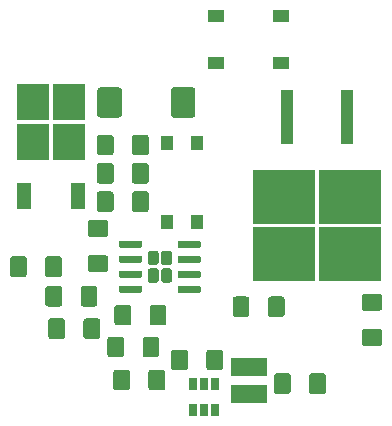
<source format=gbr>
G04 #@! TF.GenerationSoftware,KiCad,Pcbnew,(5.1.4-0-10_14)*
G04 #@! TF.CreationDate,2021-04-12T11:23:09+03:00*
G04 #@! TF.ProjectId,smart-plug,736d6172-742d-4706-9c75-672e6b696361,rev?*
G04 #@! TF.SameCoordinates,Original*
G04 #@! TF.FileFunction,Paste,Top*
G04 #@! TF.FilePolarity,Positive*
%FSLAX46Y46*%
G04 Gerber Fmt 4.6, Leading zero omitted, Abs format (unit mm)*
G04 Created by KiCad (PCBNEW (5.1.4-0-10_14)) date 2021-04-12 11:23:09*
%MOMM*%
%LPD*%
G04 APERTURE LIST*
%ADD10R,1.450000X1.000000*%
%ADD11C,0.100000*%
%ADD12C,1.425000*%
%ADD13C,2.075000*%
%ADD14R,3.050000X1.520000*%
%ADD15R,1.200000X2.200000*%
%ADD16R,2.750000X3.050000*%
%ADD17R,1.100000X4.600000*%
%ADD18R,5.250000X4.550000*%
%ADD19C,0.920000*%
%ADD20C,0.600000*%
%ADD21R,1.000000X1.200000*%
%ADD22R,0.650000X1.060000*%
G04 APERTURE END LIST*
D10*
X177025000Y-78750000D03*
X182475000Y-78750000D03*
X177025000Y-82750000D03*
X182475000Y-82750000D03*
D11*
G36*
X163724504Y-99126204D02*
G01*
X163748773Y-99129804D01*
X163772571Y-99135765D01*
X163795671Y-99144030D01*
X163817849Y-99154520D01*
X163838893Y-99167133D01*
X163858598Y-99181747D01*
X163876777Y-99198223D01*
X163893253Y-99216402D01*
X163907867Y-99236107D01*
X163920480Y-99257151D01*
X163930970Y-99279329D01*
X163939235Y-99302429D01*
X163945196Y-99326227D01*
X163948796Y-99350496D01*
X163950000Y-99375000D01*
X163950000Y-100625000D01*
X163948796Y-100649504D01*
X163945196Y-100673773D01*
X163939235Y-100697571D01*
X163930970Y-100720671D01*
X163920480Y-100742849D01*
X163907867Y-100763893D01*
X163893253Y-100783598D01*
X163876777Y-100801777D01*
X163858598Y-100818253D01*
X163838893Y-100832867D01*
X163817849Y-100845480D01*
X163795671Y-100855970D01*
X163772571Y-100864235D01*
X163748773Y-100870196D01*
X163724504Y-100873796D01*
X163700000Y-100875000D01*
X162775000Y-100875000D01*
X162750496Y-100873796D01*
X162726227Y-100870196D01*
X162702429Y-100864235D01*
X162679329Y-100855970D01*
X162657151Y-100845480D01*
X162636107Y-100832867D01*
X162616402Y-100818253D01*
X162598223Y-100801777D01*
X162581747Y-100783598D01*
X162567133Y-100763893D01*
X162554520Y-100742849D01*
X162544030Y-100720671D01*
X162535765Y-100697571D01*
X162529804Y-100673773D01*
X162526204Y-100649504D01*
X162525000Y-100625000D01*
X162525000Y-99375000D01*
X162526204Y-99350496D01*
X162529804Y-99326227D01*
X162535765Y-99302429D01*
X162544030Y-99279329D01*
X162554520Y-99257151D01*
X162567133Y-99236107D01*
X162581747Y-99216402D01*
X162598223Y-99198223D01*
X162616402Y-99181747D01*
X162636107Y-99167133D01*
X162657151Y-99154520D01*
X162679329Y-99144030D01*
X162702429Y-99135765D01*
X162726227Y-99129804D01*
X162750496Y-99126204D01*
X162775000Y-99125000D01*
X163700000Y-99125000D01*
X163724504Y-99126204D01*
X163724504Y-99126204D01*
G37*
D12*
X163237500Y-100000000D03*
D11*
G36*
X160749504Y-99126204D02*
G01*
X160773773Y-99129804D01*
X160797571Y-99135765D01*
X160820671Y-99144030D01*
X160842849Y-99154520D01*
X160863893Y-99167133D01*
X160883598Y-99181747D01*
X160901777Y-99198223D01*
X160918253Y-99216402D01*
X160932867Y-99236107D01*
X160945480Y-99257151D01*
X160955970Y-99279329D01*
X160964235Y-99302429D01*
X160970196Y-99326227D01*
X160973796Y-99350496D01*
X160975000Y-99375000D01*
X160975000Y-100625000D01*
X160973796Y-100649504D01*
X160970196Y-100673773D01*
X160964235Y-100697571D01*
X160955970Y-100720671D01*
X160945480Y-100742849D01*
X160932867Y-100763893D01*
X160918253Y-100783598D01*
X160901777Y-100801777D01*
X160883598Y-100818253D01*
X160863893Y-100832867D01*
X160842849Y-100845480D01*
X160820671Y-100855970D01*
X160797571Y-100864235D01*
X160773773Y-100870196D01*
X160749504Y-100873796D01*
X160725000Y-100875000D01*
X159800000Y-100875000D01*
X159775496Y-100873796D01*
X159751227Y-100870196D01*
X159727429Y-100864235D01*
X159704329Y-100855970D01*
X159682151Y-100845480D01*
X159661107Y-100832867D01*
X159641402Y-100818253D01*
X159623223Y-100801777D01*
X159606747Y-100783598D01*
X159592133Y-100763893D01*
X159579520Y-100742849D01*
X159569030Y-100720671D01*
X159560765Y-100697571D01*
X159554804Y-100673773D01*
X159551204Y-100649504D01*
X159550000Y-100625000D01*
X159550000Y-99375000D01*
X159551204Y-99350496D01*
X159554804Y-99326227D01*
X159560765Y-99302429D01*
X159569030Y-99279329D01*
X159579520Y-99257151D01*
X159592133Y-99236107D01*
X159606747Y-99216402D01*
X159623223Y-99198223D01*
X159641402Y-99181747D01*
X159661107Y-99167133D01*
X159682151Y-99154520D01*
X159704329Y-99144030D01*
X159727429Y-99135765D01*
X159751227Y-99129804D01*
X159775496Y-99126204D01*
X159800000Y-99125000D01*
X160725000Y-99125000D01*
X160749504Y-99126204D01*
X160749504Y-99126204D01*
G37*
D12*
X160262500Y-100000000D03*
D11*
G36*
X169499504Y-108726204D02*
G01*
X169523773Y-108729804D01*
X169547571Y-108735765D01*
X169570671Y-108744030D01*
X169592849Y-108754520D01*
X169613893Y-108767133D01*
X169633598Y-108781747D01*
X169651777Y-108798223D01*
X169668253Y-108816402D01*
X169682867Y-108836107D01*
X169695480Y-108857151D01*
X169705970Y-108879329D01*
X169714235Y-108902429D01*
X169720196Y-108926227D01*
X169723796Y-108950496D01*
X169725000Y-108975000D01*
X169725000Y-110225000D01*
X169723796Y-110249504D01*
X169720196Y-110273773D01*
X169714235Y-110297571D01*
X169705970Y-110320671D01*
X169695480Y-110342849D01*
X169682867Y-110363893D01*
X169668253Y-110383598D01*
X169651777Y-110401777D01*
X169633598Y-110418253D01*
X169613893Y-110432867D01*
X169592849Y-110445480D01*
X169570671Y-110455970D01*
X169547571Y-110464235D01*
X169523773Y-110470196D01*
X169499504Y-110473796D01*
X169475000Y-110475000D01*
X168550000Y-110475000D01*
X168525496Y-110473796D01*
X168501227Y-110470196D01*
X168477429Y-110464235D01*
X168454329Y-110455970D01*
X168432151Y-110445480D01*
X168411107Y-110432867D01*
X168391402Y-110418253D01*
X168373223Y-110401777D01*
X168356747Y-110383598D01*
X168342133Y-110363893D01*
X168329520Y-110342849D01*
X168319030Y-110320671D01*
X168310765Y-110297571D01*
X168304804Y-110273773D01*
X168301204Y-110249504D01*
X168300000Y-110225000D01*
X168300000Y-108975000D01*
X168301204Y-108950496D01*
X168304804Y-108926227D01*
X168310765Y-108902429D01*
X168319030Y-108879329D01*
X168329520Y-108857151D01*
X168342133Y-108836107D01*
X168356747Y-108816402D01*
X168373223Y-108798223D01*
X168391402Y-108781747D01*
X168411107Y-108767133D01*
X168432151Y-108754520D01*
X168454329Y-108744030D01*
X168477429Y-108735765D01*
X168501227Y-108729804D01*
X168525496Y-108726204D01*
X168550000Y-108725000D01*
X169475000Y-108725000D01*
X169499504Y-108726204D01*
X169499504Y-108726204D01*
G37*
D12*
X169012500Y-109600000D03*
D11*
G36*
X172474504Y-108726204D02*
G01*
X172498773Y-108729804D01*
X172522571Y-108735765D01*
X172545671Y-108744030D01*
X172567849Y-108754520D01*
X172588893Y-108767133D01*
X172608598Y-108781747D01*
X172626777Y-108798223D01*
X172643253Y-108816402D01*
X172657867Y-108836107D01*
X172670480Y-108857151D01*
X172680970Y-108879329D01*
X172689235Y-108902429D01*
X172695196Y-108926227D01*
X172698796Y-108950496D01*
X172700000Y-108975000D01*
X172700000Y-110225000D01*
X172698796Y-110249504D01*
X172695196Y-110273773D01*
X172689235Y-110297571D01*
X172680970Y-110320671D01*
X172670480Y-110342849D01*
X172657867Y-110363893D01*
X172643253Y-110383598D01*
X172626777Y-110401777D01*
X172608598Y-110418253D01*
X172588893Y-110432867D01*
X172567849Y-110445480D01*
X172545671Y-110455970D01*
X172522571Y-110464235D01*
X172498773Y-110470196D01*
X172474504Y-110473796D01*
X172450000Y-110475000D01*
X171525000Y-110475000D01*
X171500496Y-110473796D01*
X171476227Y-110470196D01*
X171452429Y-110464235D01*
X171429329Y-110455970D01*
X171407151Y-110445480D01*
X171386107Y-110432867D01*
X171366402Y-110418253D01*
X171348223Y-110401777D01*
X171331747Y-110383598D01*
X171317133Y-110363893D01*
X171304520Y-110342849D01*
X171294030Y-110320671D01*
X171285765Y-110297571D01*
X171279804Y-110273773D01*
X171276204Y-110249504D01*
X171275000Y-110225000D01*
X171275000Y-108975000D01*
X171276204Y-108950496D01*
X171279804Y-108926227D01*
X171285765Y-108902429D01*
X171294030Y-108879329D01*
X171304520Y-108857151D01*
X171317133Y-108836107D01*
X171331747Y-108816402D01*
X171348223Y-108798223D01*
X171366402Y-108781747D01*
X171386107Y-108767133D01*
X171407151Y-108754520D01*
X171429329Y-108744030D01*
X171452429Y-108735765D01*
X171476227Y-108729804D01*
X171500496Y-108726204D01*
X171525000Y-108725000D01*
X172450000Y-108725000D01*
X172474504Y-108726204D01*
X172474504Y-108726204D01*
G37*
D12*
X171987500Y-109600000D03*
D11*
G36*
X169599504Y-103226204D02*
G01*
X169623773Y-103229804D01*
X169647571Y-103235765D01*
X169670671Y-103244030D01*
X169692849Y-103254520D01*
X169713893Y-103267133D01*
X169733598Y-103281747D01*
X169751777Y-103298223D01*
X169768253Y-103316402D01*
X169782867Y-103336107D01*
X169795480Y-103357151D01*
X169805970Y-103379329D01*
X169814235Y-103402429D01*
X169820196Y-103426227D01*
X169823796Y-103450496D01*
X169825000Y-103475000D01*
X169825000Y-104725000D01*
X169823796Y-104749504D01*
X169820196Y-104773773D01*
X169814235Y-104797571D01*
X169805970Y-104820671D01*
X169795480Y-104842849D01*
X169782867Y-104863893D01*
X169768253Y-104883598D01*
X169751777Y-104901777D01*
X169733598Y-104918253D01*
X169713893Y-104932867D01*
X169692849Y-104945480D01*
X169670671Y-104955970D01*
X169647571Y-104964235D01*
X169623773Y-104970196D01*
X169599504Y-104973796D01*
X169575000Y-104975000D01*
X168650000Y-104975000D01*
X168625496Y-104973796D01*
X168601227Y-104970196D01*
X168577429Y-104964235D01*
X168554329Y-104955970D01*
X168532151Y-104945480D01*
X168511107Y-104932867D01*
X168491402Y-104918253D01*
X168473223Y-104901777D01*
X168456747Y-104883598D01*
X168442133Y-104863893D01*
X168429520Y-104842849D01*
X168419030Y-104820671D01*
X168410765Y-104797571D01*
X168404804Y-104773773D01*
X168401204Y-104749504D01*
X168400000Y-104725000D01*
X168400000Y-103475000D01*
X168401204Y-103450496D01*
X168404804Y-103426227D01*
X168410765Y-103402429D01*
X168419030Y-103379329D01*
X168429520Y-103357151D01*
X168442133Y-103336107D01*
X168456747Y-103316402D01*
X168473223Y-103298223D01*
X168491402Y-103281747D01*
X168511107Y-103267133D01*
X168532151Y-103254520D01*
X168554329Y-103244030D01*
X168577429Y-103235765D01*
X168601227Y-103229804D01*
X168625496Y-103226204D01*
X168650000Y-103225000D01*
X169575000Y-103225000D01*
X169599504Y-103226204D01*
X169599504Y-103226204D01*
G37*
D12*
X169112500Y-104100000D03*
D11*
G36*
X172574504Y-103226204D02*
G01*
X172598773Y-103229804D01*
X172622571Y-103235765D01*
X172645671Y-103244030D01*
X172667849Y-103254520D01*
X172688893Y-103267133D01*
X172708598Y-103281747D01*
X172726777Y-103298223D01*
X172743253Y-103316402D01*
X172757867Y-103336107D01*
X172770480Y-103357151D01*
X172780970Y-103379329D01*
X172789235Y-103402429D01*
X172795196Y-103426227D01*
X172798796Y-103450496D01*
X172800000Y-103475000D01*
X172800000Y-104725000D01*
X172798796Y-104749504D01*
X172795196Y-104773773D01*
X172789235Y-104797571D01*
X172780970Y-104820671D01*
X172770480Y-104842849D01*
X172757867Y-104863893D01*
X172743253Y-104883598D01*
X172726777Y-104901777D01*
X172708598Y-104918253D01*
X172688893Y-104932867D01*
X172667849Y-104945480D01*
X172645671Y-104955970D01*
X172622571Y-104964235D01*
X172598773Y-104970196D01*
X172574504Y-104973796D01*
X172550000Y-104975000D01*
X171625000Y-104975000D01*
X171600496Y-104973796D01*
X171576227Y-104970196D01*
X171552429Y-104964235D01*
X171529329Y-104955970D01*
X171507151Y-104945480D01*
X171486107Y-104932867D01*
X171466402Y-104918253D01*
X171448223Y-104901777D01*
X171431747Y-104883598D01*
X171417133Y-104863893D01*
X171404520Y-104842849D01*
X171394030Y-104820671D01*
X171385765Y-104797571D01*
X171379804Y-104773773D01*
X171376204Y-104749504D01*
X171375000Y-104725000D01*
X171375000Y-103475000D01*
X171376204Y-103450496D01*
X171379804Y-103426227D01*
X171385765Y-103402429D01*
X171394030Y-103379329D01*
X171404520Y-103357151D01*
X171417133Y-103336107D01*
X171431747Y-103316402D01*
X171448223Y-103298223D01*
X171466402Y-103281747D01*
X171486107Y-103267133D01*
X171507151Y-103254520D01*
X171529329Y-103244030D01*
X171552429Y-103235765D01*
X171576227Y-103229804D01*
X171600496Y-103226204D01*
X171625000Y-103225000D01*
X172550000Y-103225000D01*
X172574504Y-103226204D01*
X172574504Y-103226204D01*
G37*
D12*
X172087500Y-104100000D03*
D11*
G36*
X179599504Y-102526204D02*
G01*
X179623773Y-102529804D01*
X179647571Y-102535765D01*
X179670671Y-102544030D01*
X179692849Y-102554520D01*
X179713893Y-102567133D01*
X179733598Y-102581747D01*
X179751777Y-102598223D01*
X179768253Y-102616402D01*
X179782867Y-102636107D01*
X179795480Y-102657151D01*
X179805970Y-102679329D01*
X179814235Y-102702429D01*
X179820196Y-102726227D01*
X179823796Y-102750496D01*
X179825000Y-102775000D01*
X179825000Y-104025000D01*
X179823796Y-104049504D01*
X179820196Y-104073773D01*
X179814235Y-104097571D01*
X179805970Y-104120671D01*
X179795480Y-104142849D01*
X179782867Y-104163893D01*
X179768253Y-104183598D01*
X179751777Y-104201777D01*
X179733598Y-104218253D01*
X179713893Y-104232867D01*
X179692849Y-104245480D01*
X179670671Y-104255970D01*
X179647571Y-104264235D01*
X179623773Y-104270196D01*
X179599504Y-104273796D01*
X179575000Y-104275000D01*
X178650000Y-104275000D01*
X178625496Y-104273796D01*
X178601227Y-104270196D01*
X178577429Y-104264235D01*
X178554329Y-104255970D01*
X178532151Y-104245480D01*
X178511107Y-104232867D01*
X178491402Y-104218253D01*
X178473223Y-104201777D01*
X178456747Y-104183598D01*
X178442133Y-104163893D01*
X178429520Y-104142849D01*
X178419030Y-104120671D01*
X178410765Y-104097571D01*
X178404804Y-104073773D01*
X178401204Y-104049504D01*
X178400000Y-104025000D01*
X178400000Y-102775000D01*
X178401204Y-102750496D01*
X178404804Y-102726227D01*
X178410765Y-102702429D01*
X178419030Y-102679329D01*
X178429520Y-102657151D01*
X178442133Y-102636107D01*
X178456747Y-102616402D01*
X178473223Y-102598223D01*
X178491402Y-102581747D01*
X178511107Y-102567133D01*
X178532151Y-102554520D01*
X178554329Y-102544030D01*
X178577429Y-102535765D01*
X178601227Y-102529804D01*
X178625496Y-102526204D01*
X178650000Y-102525000D01*
X179575000Y-102525000D01*
X179599504Y-102526204D01*
X179599504Y-102526204D01*
G37*
D12*
X179112500Y-103400000D03*
D11*
G36*
X182574504Y-102526204D02*
G01*
X182598773Y-102529804D01*
X182622571Y-102535765D01*
X182645671Y-102544030D01*
X182667849Y-102554520D01*
X182688893Y-102567133D01*
X182708598Y-102581747D01*
X182726777Y-102598223D01*
X182743253Y-102616402D01*
X182757867Y-102636107D01*
X182770480Y-102657151D01*
X182780970Y-102679329D01*
X182789235Y-102702429D01*
X182795196Y-102726227D01*
X182798796Y-102750496D01*
X182800000Y-102775000D01*
X182800000Y-104025000D01*
X182798796Y-104049504D01*
X182795196Y-104073773D01*
X182789235Y-104097571D01*
X182780970Y-104120671D01*
X182770480Y-104142849D01*
X182757867Y-104163893D01*
X182743253Y-104183598D01*
X182726777Y-104201777D01*
X182708598Y-104218253D01*
X182688893Y-104232867D01*
X182667849Y-104245480D01*
X182645671Y-104255970D01*
X182622571Y-104264235D01*
X182598773Y-104270196D01*
X182574504Y-104273796D01*
X182550000Y-104275000D01*
X181625000Y-104275000D01*
X181600496Y-104273796D01*
X181576227Y-104270196D01*
X181552429Y-104264235D01*
X181529329Y-104255970D01*
X181507151Y-104245480D01*
X181486107Y-104232867D01*
X181466402Y-104218253D01*
X181448223Y-104201777D01*
X181431747Y-104183598D01*
X181417133Y-104163893D01*
X181404520Y-104142849D01*
X181394030Y-104120671D01*
X181385765Y-104097571D01*
X181379804Y-104073773D01*
X181376204Y-104049504D01*
X181375000Y-104025000D01*
X181375000Y-102775000D01*
X181376204Y-102750496D01*
X181379804Y-102726227D01*
X181385765Y-102702429D01*
X181394030Y-102679329D01*
X181404520Y-102657151D01*
X181417133Y-102636107D01*
X181431747Y-102616402D01*
X181448223Y-102598223D01*
X181466402Y-102581747D01*
X181486107Y-102567133D01*
X181507151Y-102554520D01*
X181529329Y-102544030D01*
X181552429Y-102535765D01*
X181576227Y-102529804D01*
X181600496Y-102526204D01*
X181625000Y-102525000D01*
X182550000Y-102525000D01*
X182574504Y-102526204D01*
X182574504Y-102526204D01*
G37*
D12*
X182087500Y-103400000D03*
D11*
G36*
X190849504Y-105276204D02*
G01*
X190873773Y-105279804D01*
X190897571Y-105285765D01*
X190920671Y-105294030D01*
X190942849Y-105304520D01*
X190963893Y-105317133D01*
X190983598Y-105331747D01*
X191001777Y-105348223D01*
X191018253Y-105366402D01*
X191032867Y-105386107D01*
X191045480Y-105407151D01*
X191055970Y-105429329D01*
X191064235Y-105452429D01*
X191070196Y-105476227D01*
X191073796Y-105500496D01*
X191075000Y-105525000D01*
X191075000Y-106450000D01*
X191073796Y-106474504D01*
X191070196Y-106498773D01*
X191064235Y-106522571D01*
X191055970Y-106545671D01*
X191045480Y-106567849D01*
X191032867Y-106588893D01*
X191018253Y-106608598D01*
X191001777Y-106626777D01*
X190983598Y-106643253D01*
X190963893Y-106657867D01*
X190942849Y-106670480D01*
X190920671Y-106680970D01*
X190897571Y-106689235D01*
X190873773Y-106695196D01*
X190849504Y-106698796D01*
X190825000Y-106700000D01*
X189575000Y-106700000D01*
X189550496Y-106698796D01*
X189526227Y-106695196D01*
X189502429Y-106689235D01*
X189479329Y-106680970D01*
X189457151Y-106670480D01*
X189436107Y-106657867D01*
X189416402Y-106643253D01*
X189398223Y-106626777D01*
X189381747Y-106608598D01*
X189367133Y-106588893D01*
X189354520Y-106567849D01*
X189344030Y-106545671D01*
X189335765Y-106522571D01*
X189329804Y-106498773D01*
X189326204Y-106474504D01*
X189325000Y-106450000D01*
X189325000Y-105525000D01*
X189326204Y-105500496D01*
X189329804Y-105476227D01*
X189335765Y-105452429D01*
X189344030Y-105429329D01*
X189354520Y-105407151D01*
X189367133Y-105386107D01*
X189381747Y-105366402D01*
X189398223Y-105348223D01*
X189416402Y-105331747D01*
X189436107Y-105317133D01*
X189457151Y-105304520D01*
X189479329Y-105294030D01*
X189502429Y-105285765D01*
X189526227Y-105279804D01*
X189550496Y-105276204D01*
X189575000Y-105275000D01*
X190825000Y-105275000D01*
X190849504Y-105276204D01*
X190849504Y-105276204D01*
G37*
D12*
X190200000Y-105987500D03*
D11*
G36*
X190849504Y-102301204D02*
G01*
X190873773Y-102304804D01*
X190897571Y-102310765D01*
X190920671Y-102319030D01*
X190942849Y-102329520D01*
X190963893Y-102342133D01*
X190983598Y-102356747D01*
X191001777Y-102373223D01*
X191018253Y-102391402D01*
X191032867Y-102411107D01*
X191045480Y-102432151D01*
X191055970Y-102454329D01*
X191064235Y-102477429D01*
X191070196Y-102501227D01*
X191073796Y-102525496D01*
X191075000Y-102550000D01*
X191075000Y-103475000D01*
X191073796Y-103499504D01*
X191070196Y-103523773D01*
X191064235Y-103547571D01*
X191055970Y-103570671D01*
X191045480Y-103592849D01*
X191032867Y-103613893D01*
X191018253Y-103633598D01*
X191001777Y-103651777D01*
X190983598Y-103668253D01*
X190963893Y-103682867D01*
X190942849Y-103695480D01*
X190920671Y-103705970D01*
X190897571Y-103714235D01*
X190873773Y-103720196D01*
X190849504Y-103723796D01*
X190825000Y-103725000D01*
X189575000Y-103725000D01*
X189550496Y-103723796D01*
X189526227Y-103720196D01*
X189502429Y-103714235D01*
X189479329Y-103705970D01*
X189457151Y-103695480D01*
X189436107Y-103682867D01*
X189416402Y-103668253D01*
X189398223Y-103651777D01*
X189381747Y-103633598D01*
X189367133Y-103613893D01*
X189354520Y-103592849D01*
X189344030Y-103570671D01*
X189335765Y-103547571D01*
X189329804Y-103523773D01*
X189326204Y-103499504D01*
X189325000Y-103475000D01*
X189325000Y-102550000D01*
X189326204Y-102525496D01*
X189329804Y-102501227D01*
X189335765Y-102477429D01*
X189344030Y-102454329D01*
X189354520Y-102432151D01*
X189367133Y-102411107D01*
X189381747Y-102391402D01*
X189398223Y-102373223D01*
X189416402Y-102356747D01*
X189436107Y-102342133D01*
X189457151Y-102329520D01*
X189479329Y-102319030D01*
X189502429Y-102310765D01*
X189526227Y-102304804D01*
X189550496Y-102301204D01*
X189575000Y-102300000D01*
X190825000Y-102300000D01*
X190849504Y-102301204D01*
X190849504Y-102301204D01*
G37*
D12*
X190200000Y-103012500D03*
D11*
G36*
X171974504Y-105926204D02*
G01*
X171998773Y-105929804D01*
X172022571Y-105935765D01*
X172045671Y-105944030D01*
X172067849Y-105954520D01*
X172088893Y-105967133D01*
X172108598Y-105981747D01*
X172126777Y-105998223D01*
X172143253Y-106016402D01*
X172157867Y-106036107D01*
X172170480Y-106057151D01*
X172180970Y-106079329D01*
X172189235Y-106102429D01*
X172195196Y-106126227D01*
X172198796Y-106150496D01*
X172200000Y-106175000D01*
X172200000Y-107425000D01*
X172198796Y-107449504D01*
X172195196Y-107473773D01*
X172189235Y-107497571D01*
X172180970Y-107520671D01*
X172170480Y-107542849D01*
X172157867Y-107563893D01*
X172143253Y-107583598D01*
X172126777Y-107601777D01*
X172108598Y-107618253D01*
X172088893Y-107632867D01*
X172067849Y-107645480D01*
X172045671Y-107655970D01*
X172022571Y-107664235D01*
X171998773Y-107670196D01*
X171974504Y-107673796D01*
X171950000Y-107675000D01*
X171025000Y-107675000D01*
X171000496Y-107673796D01*
X170976227Y-107670196D01*
X170952429Y-107664235D01*
X170929329Y-107655970D01*
X170907151Y-107645480D01*
X170886107Y-107632867D01*
X170866402Y-107618253D01*
X170848223Y-107601777D01*
X170831747Y-107583598D01*
X170817133Y-107563893D01*
X170804520Y-107542849D01*
X170794030Y-107520671D01*
X170785765Y-107497571D01*
X170779804Y-107473773D01*
X170776204Y-107449504D01*
X170775000Y-107425000D01*
X170775000Y-106175000D01*
X170776204Y-106150496D01*
X170779804Y-106126227D01*
X170785765Y-106102429D01*
X170794030Y-106079329D01*
X170804520Y-106057151D01*
X170817133Y-106036107D01*
X170831747Y-106016402D01*
X170848223Y-105998223D01*
X170866402Y-105981747D01*
X170886107Y-105967133D01*
X170907151Y-105954520D01*
X170929329Y-105944030D01*
X170952429Y-105935765D01*
X170976227Y-105929804D01*
X171000496Y-105926204D01*
X171025000Y-105925000D01*
X171950000Y-105925000D01*
X171974504Y-105926204D01*
X171974504Y-105926204D01*
G37*
D12*
X171487500Y-106800000D03*
D11*
G36*
X168999504Y-105926204D02*
G01*
X169023773Y-105929804D01*
X169047571Y-105935765D01*
X169070671Y-105944030D01*
X169092849Y-105954520D01*
X169113893Y-105967133D01*
X169133598Y-105981747D01*
X169151777Y-105998223D01*
X169168253Y-106016402D01*
X169182867Y-106036107D01*
X169195480Y-106057151D01*
X169205970Y-106079329D01*
X169214235Y-106102429D01*
X169220196Y-106126227D01*
X169223796Y-106150496D01*
X169225000Y-106175000D01*
X169225000Y-107425000D01*
X169223796Y-107449504D01*
X169220196Y-107473773D01*
X169214235Y-107497571D01*
X169205970Y-107520671D01*
X169195480Y-107542849D01*
X169182867Y-107563893D01*
X169168253Y-107583598D01*
X169151777Y-107601777D01*
X169133598Y-107618253D01*
X169113893Y-107632867D01*
X169092849Y-107645480D01*
X169070671Y-107655970D01*
X169047571Y-107664235D01*
X169023773Y-107670196D01*
X168999504Y-107673796D01*
X168975000Y-107675000D01*
X168050000Y-107675000D01*
X168025496Y-107673796D01*
X168001227Y-107670196D01*
X167977429Y-107664235D01*
X167954329Y-107655970D01*
X167932151Y-107645480D01*
X167911107Y-107632867D01*
X167891402Y-107618253D01*
X167873223Y-107601777D01*
X167856747Y-107583598D01*
X167842133Y-107563893D01*
X167829520Y-107542849D01*
X167819030Y-107520671D01*
X167810765Y-107497571D01*
X167804804Y-107473773D01*
X167801204Y-107449504D01*
X167800000Y-107425000D01*
X167800000Y-106175000D01*
X167801204Y-106150496D01*
X167804804Y-106126227D01*
X167810765Y-106102429D01*
X167819030Y-106079329D01*
X167829520Y-106057151D01*
X167842133Y-106036107D01*
X167856747Y-106016402D01*
X167873223Y-105998223D01*
X167891402Y-105981747D01*
X167911107Y-105967133D01*
X167932151Y-105954520D01*
X167954329Y-105944030D01*
X167977429Y-105935765D01*
X168001227Y-105929804D01*
X168025496Y-105926204D01*
X168050000Y-105925000D01*
X168975000Y-105925000D01*
X168999504Y-105926204D01*
X168999504Y-105926204D01*
G37*
D12*
X168512500Y-106800000D03*
D11*
G36*
X168799504Y-84826204D02*
G01*
X168823773Y-84829804D01*
X168847571Y-84835765D01*
X168870671Y-84844030D01*
X168892849Y-84854520D01*
X168913893Y-84867133D01*
X168933598Y-84881747D01*
X168951777Y-84898223D01*
X168968253Y-84916402D01*
X168982867Y-84936107D01*
X168995480Y-84957151D01*
X169005970Y-84979329D01*
X169014235Y-85002429D01*
X169020196Y-85026227D01*
X169023796Y-85050496D01*
X169025000Y-85075000D01*
X169025000Y-87125000D01*
X169023796Y-87149504D01*
X169020196Y-87173773D01*
X169014235Y-87197571D01*
X169005970Y-87220671D01*
X168995480Y-87242849D01*
X168982867Y-87263893D01*
X168968253Y-87283598D01*
X168951777Y-87301777D01*
X168933598Y-87318253D01*
X168913893Y-87332867D01*
X168892849Y-87345480D01*
X168870671Y-87355970D01*
X168847571Y-87364235D01*
X168823773Y-87370196D01*
X168799504Y-87373796D01*
X168775000Y-87375000D01*
X167200000Y-87375000D01*
X167175496Y-87373796D01*
X167151227Y-87370196D01*
X167127429Y-87364235D01*
X167104329Y-87355970D01*
X167082151Y-87345480D01*
X167061107Y-87332867D01*
X167041402Y-87318253D01*
X167023223Y-87301777D01*
X167006747Y-87283598D01*
X166992133Y-87263893D01*
X166979520Y-87242849D01*
X166969030Y-87220671D01*
X166960765Y-87197571D01*
X166954804Y-87173773D01*
X166951204Y-87149504D01*
X166950000Y-87125000D01*
X166950000Y-85075000D01*
X166951204Y-85050496D01*
X166954804Y-85026227D01*
X166960765Y-85002429D01*
X166969030Y-84979329D01*
X166979520Y-84957151D01*
X166992133Y-84936107D01*
X167006747Y-84916402D01*
X167023223Y-84898223D01*
X167041402Y-84881747D01*
X167061107Y-84867133D01*
X167082151Y-84854520D01*
X167104329Y-84844030D01*
X167127429Y-84835765D01*
X167151227Y-84829804D01*
X167175496Y-84826204D01*
X167200000Y-84825000D01*
X168775000Y-84825000D01*
X168799504Y-84826204D01*
X168799504Y-84826204D01*
G37*
D13*
X167987500Y-86100000D03*
D11*
G36*
X175024504Y-84826204D02*
G01*
X175048773Y-84829804D01*
X175072571Y-84835765D01*
X175095671Y-84844030D01*
X175117849Y-84854520D01*
X175138893Y-84867133D01*
X175158598Y-84881747D01*
X175176777Y-84898223D01*
X175193253Y-84916402D01*
X175207867Y-84936107D01*
X175220480Y-84957151D01*
X175230970Y-84979329D01*
X175239235Y-85002429D01*
X175245196Y-85026227D01*
X175248796Y-85050496D01*
X175250000Y-85075000D01*
X175250000Y-87125000D01*
X175248796Y-87149504D01*
X175245196Y-87173773D01*
X175239235Y-87197571D01*
X175230970Y-87220671D01*
X175220480Y-87242849D01*
X175207867Y-87263893D01*
X175193253Y-87283598D01*
X175176777Y-87301777D01*
X175158598Y-87318253D01*
X175138893Y-87332867D01*
X175117849Y-87345480D01*
X175095671Y-87355970D01*
X175072571Y-87364235D01*
X175048773Y-87370196D01*
X175024504Y-87373796D01*
X175000000Y-87375000D01*
X173425000Y-87375000D01*
X173400496Y-87373796D01*
X173376227Y-87370196D01*
X173352429Y-87364235D01*
X173329329Y-87355970D01*
X173307151Y-87345480D01*
X173286107Y-87332867D01*
X173266402Y-87318253D01*
X173248223Y-87301777D01*
X173231747Y-87283598D01*
X173217133Y-87263893D01*
X173204520Y-87242849D01*
X173194030Y-87220671D01*
X173185765Y-87197571D01*
X173179804Y-87173773D01*
X173176204Y-87149504D01*
X173175000Y-87125000D01*
X173175000Y-85075000D01*
X173176204Y-85050496D01*
X173179804Y-85026227D01*
X173185765Y-85002429D01*
X173194030Y-84979329D01*
X173204520Y-84957151D01*
X173217133Y-84936107D01*
X173231747Y-84916402D01*
X173248223Y-84898223D01*
X173266402Y-84881747D01*
X173286107Y-84867133D01*
X173307151Y-84854520D01*
X173329329Y-84844030D01*
X173352429Y-84835765D01*
X173376227Y-84829804D01*
X173400496Y-84826204D01*
X173425000Y-84825000D01*
X175000000Y-84825000D01*
X175024504Y-84826204D01*
X175024504Y-84826204D01*
G37*
D13*
X174212500Y-86100000D03*
D11*
G36*
X168099504Y-93626204D02*
G01*
X168123773Y-93629804D01*
X168147571Y-93635765D01*
X168170671Y-93644030D01*
X168192849Y-93654520D01*
X168213893Y-93667133D01*
X168233598Y-93681747D01*
X168251777Y-93698223D01*
X168268253Y-93716402D01*
X168282867Y-93736107D01*
X168295480Y-93757151D01*
X168305970Y-93779329D01*
X168314235Y-93802429D01*
X168320196Y-93826227D01*
X168323796Y-93850496D01*
X168325000Y-93875000D01*
X168325000Y-95125000D01*
X168323796Y-95149504D01*
X168320196Y-95173773D01*
X168314235Y-95197571D01*
X168305970Y-95220671D01*
X168295480Y-95242849D01*
X168282867Y-95263893D01*
X168268253Y-95283598D01*
X168251777Y-95301777D01*
X168233598Y-95318253D01*
X168213893Y-95332867D01*
X168192849Y-95345480D01*
X168170671Y-95355970D01*
X168147571Y-95364235D01*
X168123773Y-95370196D01*
X168099504Y-95373796D01*
X168075000Y-95375000D01*
X167150000Y-95375000D01*
X167125496Y-95373796D01*
X167101227Y-95370196D01*
X167077429Y-95364235D01*
X167054329Y-95355970D01*
X167032151Y-95345480D01*
X167011107Y-95332867D01*
X166991402Y-95318253D01*
X166973223Y-95301777D01*
X166956747Y-95283598D01*
X166942133Y-95263893D01*
X166929520Y-95242849D01*
X166919030Y-95220671D01*
X166910765Y-95197571D01*
X166904804Y-95173773D01*
X166901204Y-95149504D01*
X166900000Y-95125000D01*
X166900000Y-93875000D01*
X166901204Y-93850496D01*
X166904804Y-93826227D01*
X166910765Y-93802429D01*
X166919030Y-93779329D01*
X166929520Y-93757151D01*
X166942133Y-93736107D01*
X166956747Y-93716402D01*
X166973223Y-93698223D01*
X166991402Y-93681747D01*
X167011107Y-93667133D01*
X167032151Y-93654520D01*
X167054329Y-93644030D01*
X167077429Y-93635765D01*
X167101227Y-93629804D01*
X167125496Y-93626204D01*
X167150000Y-93625000D01*
X168075000Y-93625000D01*
X168099504Y-93626204D01*
X168099504Y-93626204D01*
G37*
D12*
X167612500Y-94500000D03*
D11*
G36*
X171074504Y-93626204D02*
G01*
X171098773Y-93629804D01*
X171122571Y-93635765D01*
X171145671Y-93644030D01*
X171167849Y-93654520D01*
X171188893Y-93667133D01*
X171208598Y-93681747D01*
X171226777Y-93698223D01*
X171243253Y-93716402D01*
X171257867Y-93736107D01*
X171270480Y-93757151D01*
X171280970Y-93779329D01*
X171289235Y-93802429D01*
X171295196Y-93826227D01*
X171298796Y-93850496D01*
X171300000Y-93875000D01*
X171300000Y-95125000D01*
X171298796Y-95149504D01*
X171295196Y-95173773D01*
X171289235Y-95197571D01*
X171280970Y-95220671D01*
X171270480Y-95242849D01*
X171257867Y-95263893D01*
X171243253Y-95283598D01*
X171226777Y-95301777D01*
X171208598Y-95318253D01*
X171188893Y-95332867D01*
X171167849Y-95345480D01*
X171145671Y-95355970D01*
X171122571Y-95364235D01*
X171098773Y-95370196D01*
X171074504Y-95373796D01*
X171050000Y-95375000D01*
X170125000Y-95375000D01*
X170100496Y-95373796D01*
X170076227Y-95370196D01*
X170052429Y-95364235D01*
X170029329Y-95355970D01*
X170007151Y-95345480D01*
X169986107Y-95332867D01*
X169966402Y-95318253D01*
X169948223Y-95301777D01*
X169931747Y-95283598D01*
X169917133Y-95263893D01*
X169904520Y-95242849D01*
X169894030Y-95220671D01*
X169885765Y-95197571D01*
X169879804Y-95173773D01*
X169876204Y-95149504D01*
X169875000Y-95125000D01*
X169875000Y-93875000D01*
X169876204Y-93850496D01*
X169879804Y-93826227D01*
X169885765Y-93802429D01*
X169894030Y-93779329D01*
X169904520Y-93757151D01*
X169917133Y-93736107D01*
X169931747Y-93716402D01*
X169948223Y-93698223D01*
X169966402Y-93681747D01*
X169986107Y-93667133D01*
X170007151Y-93654520D01*
X170029329Y-93644030D01*
X170052429Y-93635765D01*
X170076227Y-93629804D01*
X170100496Y-93626204D01*
X170125000Y-93625000D01*
X171050000Y-93625000D01*
X171074504Y-93626204D01*
X171074504Y-93626204D01*
G37*
D12*
X170587500Y-94500000D03*
D11*
G36*
X167649504Y-96051204D02*
G01*
X167673773Y-96054804D01*
X167697571Y-96060765D01*
X167720671Y-96069030D01*
X167742849Y-96079520D01*
X167763893Y-96092133D01*
X167783598Y-96106747D01*
X167801777Y-96123223D01*
X167818253Y-96141402D01*
X167832867Y-96161107D01*
X167845480Y-96182151D01*
X167855970Y-96204329D01*
X167864235Y-96227429D01*
X167870196Y-96251227D01*
X167873796Y-96275496D01*
X167875000Y-96300000D01*
X167875000Y-97225000D01*
X167873796Y-97249504D01*
X167870196Y-97273773D01*
X167864235Y-97297571D01*
X167855970Y-97320671D01*
X167845480Y-97342849D01*
X167832867Y-97363893D01*
X167818253Y-97383598D01*
X167801777Y-97401777D01*
X167783598Y-97418253D01*
X167763893Y-97432867D01*
X167742849Y-97445480D01*
X167720671Y-97455970D01*
X167697571Y-97464235D01*
X167673773Y-97470196D01*
X167649504Y-97473796D01*
X167625000Y-97475000D01*
X166375000Y-97475000D01*
X166350496Y-97473796D01*
X166326227Y-97470196D01*
X166302429Y-97464235D01*
X166279329Y-97455970D01*
X166257151Y-97445480D01*
X166236107Y-97432867D01*
X166216402Y-97418253D01*
X166198223Y-97401777D01*
X166181747Y-97383598D01*
X166167133Y-97363893D01*
X166154520Y-97342849D01*
X166144030Y-97320671D01*
X166135765Y-97297571D01*
X166129804Y-97273773D01*
X166126204Y-97249504D01*
X166125000Y-97225000D01*
X166125000Y-96300000D01*
X166126204Y-96275496D01*
X166129804Y-96251227D01*
X166135765Y-96227429D01*
X166144030Y-96204329D01*
X166154520Y-96182151D01*
X166167133Y-96161107D01*
X166181747Y-96141402D01*
X166198223Y-96123223D01*
X166216402Y-96106747D01*
X166236107Y-96092133D01*
X166257151Y-96079520D01*
X166279329Y-96069030D01*
X166302429Y-96060765D01*
X166326227Y-96054804D01*
X166350496Y-96051204D01*
X166375000Y-96050000D01*
X167625000Y-96050000D01*
X167649504Y-96051204D01*
X167649504Y-96051204D01*
G37*
D12*
X167000000Y-96762500D03*
D11*
G36*
X167649504Y-99026204D02*
G01*
X167673773Y-99029804D01*
X167697571Y-99035765D01*
X167720671Y-99044030D01*
X167742849Y-99054520D01*
X167763893Y-99067133D01*
X167783598Y-99081747D01*
X167801777Y-99098223D01*
X167818253Y-99116402D01*
X167832867Y-99136107D01*
X167845480Y-99157151D01*
X167855970Y-99179329D01*
X167864235Y-99202429D01*
X167870196Y-99226227D01*
X167873796Y-99250496D01*
X167875000Y-99275000D01*
X167875000Y-100200000D01*
X167873796Y-100224504D01*
X167870196Y-100248773D01*
X167864235Y-100272571D01*
X167855970Y-100295671D01*
X167845480Y-100317849D01*
X167832867Y-100338893D01*
X167818253Y-100358598D01*
X167801777Y-100376777D01*
X167783598Y-100393253D01*
X167763893Y-100407867D01*
X167742849Y-100420480D01*
X167720671Y-100430970D01*
X167697571Y-100439235D01*
X167673773Y-100445196D01*
X167649504Y-100448796D01*
X167625000Y-100450000D01*
X166375000Y-100450000D01*
X166350496Y-100448796D01*
X166326227Y-100445196D01*
X166302429Y-100439235D01*
X166279329Y-100430970D01*
X166257151Y-100420480D01*
X166236107Y-100407867D01*
X166216402Y-100393253D01*
X166198223Y-100376777D01*
X166181747Y-100358598D01*
X166167133Y-100338893D01*
X166154520Y-100317849D01*
X166144030Y-100295671D01*
X166135765Y-100272571D01*
X166129804Y-100248773D01*
X166126204Y-100224504D01*
X166125000Y-100200000D01*
X166125000Y-99275000D01*
X166126204Y-99250496D01*
X166129804Y-99226227D01*
X166135765Y-99202429D01*
X166144030Y-99179329D01*
X166154520Y-99157151D01*
X166167133Y-99136107D01*
X166181747Y-99116402D01*
X166198223Y-99098223D01*
X166216402Y-99081747D01*
X166236107Y-99067133D01*
X166257151Y-99054520D01*
X166279329Y-99044030D01*
X166302429Y-99035765D01*
X166326227Y-99029804D01*
X166350496Y-99026204D01*
X166375000Y-99025000D01*
X167625000Y-99025000D01*
X167649504Y-99026204D01*
X167649504Y-99026204D01*
G37*
D12*
X167000000Y-99737500D03*
D11*
G36*
X171074504Y-88826204D02*
G01*
X171098773Y-88829804D01*
X171122571Y-88835765D01*
X171145671Y-88844030D01*
X171167849Y-88854520D01*
X171188893Y-88867133D01*
X171208598Y-88881747D01*
X171226777Y-88898223D01*
X171243253Y-88916402D01*
X171257867Y-88936107D01*
X171270480Y-88957151D01*
X171280970Y-88979329D01*
X171289235Y-89002429D01*
X171295196Y-89026227D01*
X171298796Y-89050496D01*
X171300000Y-89075000D01*
X171300000Y-90325000D01*
X171298796Y-90349504D01*
X171295196Y-90373773D01*
X171289235Y-90397571D01*
X171280970Y-90420671D01*
X171270480Y-90442849D01*
X171257867Y-90463893D01*
X171243253Y-90483598D01*
X171226777Y-90501777D01*
X171208598Y-90518253D01*
X171188893Y-90532867D01*
X171167849Y-90545480D01*
X171145671Y-90555970D01*
X171122571Y-90564235D01*
X171098773Y-90570196D01*
X171074504Y-90573796D01*
X171050000Y-90575000D01*
X170125000Y-90575000D01*
X170100496Y-90573796D01*
X170076227Y-90570196D01*
X170052429Y-90564235D01*
X170029329Y-90555970D01*
X170007151Y-90545480D01*
X169986107Y-90532867D01*
X169966402Y-90518253D01*
X169948223Y-90501777D01*
X169931747Y-90483598D01*
X169917133Y-90463893D01*
X169904520Y-90442849D01*
X169894030Y-90420671D01*
X169885765Y-90397571D01*
X169879804Y-90373773D01*
X169876204Y-90349504D01*
X169875000Y-90325000D01*
X169875000Y-89075000D01*
X169876204Y-89050496D01*
X169879804Y-89026227D01*
X169885765Y-89002429D01*
X169894030Y-88979329D01*
X169904520Y-88957151D01*
X169917133Y-88936107D01*
X169931747Y-88916402D01*
X169948223Y-88898223D01*
X169966402Y-88881747D01*
X169986107Y-88867133D01*
X170007151Y-88854520D01*
X170029329Y-88844030D01*
X170052429Y-88835765D01*
X170076227Y-88829804D01*
X170100496Y-88826204D01*
X170125000Y-88825000D01*
X171050000Y-88825000D01*
X171074504Y-88826204D01*
X171074504Y-88826204D01*
G37*
D12*
X170587500Y-89700000D03*
D11*
G36*
X168099504Y-88826204D02*
G01*
X168123773Y-88829804D01*
X168147571Y-88835765D01*
X168170671Y-88844030D01*
X168192849Y-88854520D01*
X168213893Y-88867133D01*
X168233598Y-88881747D01*
X168251777Y-88898223D01*
X168268253Y-88916402D01*
X168282867Y-88936107D01*
X168295480Y-88957151D01*
X168305970Y-88979329D01*
X168314235Y-89002429D01*
X168320196Y-89026227D01*
X168323796Y-89050496D01*
X168325000Y-89075000D01*
X168325000Y-90325000D01*
X168323796Y-90349504D01*
X168320196Y-90373773D01*
X168314235Y-90397571D01*
X168305970Y-90420671D01*
X168295480Y-90442849D01*
X168282867Y-90463893D01*
X168268253Y-90483598D01*
X168251777Y-90501777D01*
X168233598Y-90518253D01*
X168213893Y-90532867D01*
X168192849Y-90545480D01*
X168170671Y-90555970D01*
X168147571Y-90564235D01*
X168123773Y-90570196D01*
X168099504Y-90573796D01*
X168075000Y-90575000D01*
X167150000Y-90575000D01*
X167125496Y-90573796D01*
X167101227Y-90570196D01*
X167077429Y-90564235D01*
X167054329Y-90555970D01*
X167032151Y-90545480D01*
X167011107Y-90532867D01*
X166991402Y-90518253D01*
X166973223Y-90501777D01*
X166956747Y-90483598D01*
X166942133Y-90463893D01*
X166929520Y-90442849D01*
X166919030Y-90420671D01*
X166910765Y-90397571D01*
X166904804Y-90373773D01*
X166901204Y-90349504D01*
X166900000Y-90325000D01*
X166900000Y-89075000D01*
X166901204Y-89050496D01*
X166904804Y-89026227D01*
X166910765Y-89002429D01*
X166919030Y-88979329D01*
X166929520Y-88957151D01*
X166942133Y-88936107D01*
X166956747Y-88916402D01*
X166973223Y-88898223D01*
X166991402Y-88881747D01*
X167011107Y-88867133D01*
X167032151Y-88854520D01*
X167054329Y-88844030D01*
X167077429Y-88835765D01*
X167101227Y-88829804D01*
X167125496Y-88826204D01*
X167150000Y-88825000D01*
X168075000Y-88825000D01*
X168099504Y-88826204D01*
X168099504Y-88826204D01*
G37*
D12*
X167612500Y-89700000D03*
D11*
G36*
X174399504Y-107026204D02*
G01*
X174423773Y-107029804D01*
X174447571Y-107035765D01*
X174470671Y-107044030D01*
X174492849Y-107054520D01*
X174513893Y-107067133D01*
X174533598Y-107081747D01*
X174551777Y-107098223D01*
X174568253Y-107116402D01*
X174582867Y-107136107D01*
X174595480Y-107157151D01*
X174605970Y-107179329D01*
X174614235Y-107202429D01*
X174620196Y-107226227D01*
X174623796Y-107250496D01*
X174625000Y-107275000D01*
X174625000Y-108525000D01*
X174623796Y-108549504D01*
X174620196Y-108573773D01*
X174614235Y-108597571D01*
X174605970Y-108620671D01*
X174595480Y-108642849D01*
X174582867Y-108663893D01*
X174568253Y-108683598D01*
X174551777Y-108701777D01*
X174533598Y-108718253D01*
X174513893Y-108732867D01*
X174492849Y-108745480D01*
X174470671Y-108755970D01*
X174447571Y-108764235D01*
X174423773Y-108770196D01*
X174399504Y-108773796D01*
X174375000Y-108775000D01*
X173450000Y-108775000D01*
X173425496Y-108773796D01*
X173401227Y-108770196D01*
X173377429Y-108764235D01*
X173354329Y-108755970D01*
X173332151Y-108745480D01*
X173311107Y-108732867D01*
X173291402Y-108718253D01*
X173273223Y-108701777D01*
X173256747Y-108683598D01*
X173242133Y-108663893D01*
X173229520Y-108642849D01*
X173219030Y-108620671D01*
X173210765Y-108597571D01*
X173204804Y-108573773D01*
X173201204Y-108549504D01*
X173200000Y-108525000D01*
X173200000Y-107275000D01*
X173201204Y-107250496D01*
X173204804Y-107226227D01*
X173210765Y-107202429D01*
X173219030Y-107179329D01*
X173229520Y-107157151D01*
X173242133Y-107136107D01*
X173256747Y-107116402D01*
X173273223Y-107098223D01*
X173291402Y-107081747D01*
X173311107Y-107067133D01*
X173332151Y-107054520D01*
X173354329Y-107044030D01*
X173377429Y-107035765D01*
X173401227Y-107029804D01*
X173425496Y-107026204D01*
X173450000Y-107025000D01*
X174375000Y-107025000D01*
X174399504Y-107026204D01*
X174399504Y-107026204D01*
G37*
D12*
X173912500Y-107900000D03*
D11*
G36*
X177374504Y-107026204D02*
G01*
X177398773Y-107029804D01*
X177422571Y-107035765D01*
X177445671Y-107044030D01*
X177467849Y-107054520D01*
X177488893Y-107067133D01*
X177508598Y-107081747D01*
X177526777Y-107098223D01*
X177543253Y-107116402D01*
X177557867Y-107136107D01*
X177570480Y-107157151D01*
X177580970Y-107179329D01*
X177589235Y-107202429D01*
X177595196Y-107226227D01*
X177598796Y-107250496D01*
X177600000Y-107275000D01*
X177600000Y-108525000D01*
X177598796Y-108549504D01*
X177595196Y-108573773D01*
X177589235Y-108597571D01*
X177580970Y-108620671D01*
X177570480Y-108642849D01*
X177557867Y-108663893D01*
X177543253Y-108683598D01*
X177526777Y-108701777D01*
X177508598Y-108718253D01*
X177488893Y-108732867D01*
X177467849Y-108745480D01*
X177445671Y-108755970D01*
X177422571Y-108764235D01*
X177398773Y-108770196D01*
X177374504Y-108773796D01*
X177350000Y-108775000D01*
X176425000Y-108775000D01*
X176400496Y-108773796D01*
X176376227Y-108770196D01*
X176352429Y-108764235D01*
X176329329Y-108755970D01*
X176307151Y-108745480D01*
X176286107Y-108732867D01*
X176266402Y-108718253D01*
X176248223Y-108701777D01*
X176231747Y-108683598D01*
X176217133Y-108663893D01*
X176204520Y-108642849D01*
X176194030Y-108620671D01*
X176185765Y-108597571D01*
X176179804Y-108573773D01*
X176176204Y-108549504D01*
X176175000Y-108525000D01*
X176175000Y-107275000D01*
X176176204Y-107250496D01*
X176179804Y-107226227D01*
X176185765Y-107202429D01*
X176194030Y-107179329D01*
X176204520Y-107157151D01*
X176217133Y-107136107D01*
X176231747Y-107116402D01*
X176248223Y-107098223D01*
X176266402Y-107081747D01*
X176286107Y-107067133D01*
X176307151Y-107054520D01*
X176329329Y-107044030D01*
X176352429Y-107035765D01*
X176376227Y-107029804D01*
X176400496Y-107026204D01*
X176425000Y-107025000D01*
X177350000Y-107025000D01*
X177374504Y-107026204D01*
X177374504Y-107026204D01*
G37*
D12*
X176887500Y-107900000D03*
D11*
G36*
X183099504Y-109026204D02*
G01*
X183123773Y-109029804D01*
X183147571Y-109035765D01*
X183170671Y-109044030D01*
X183192849Y-109054520D01*
X183213893Y-109067133D01*
X183233598Y-109081747D01*
X183251777Y-109098223D01*
X183268253Y-109116402D01*
X183282867Y-109136107D01*
X183295480Y-109157151D01*
X183305970Y-109179329D01*
X183314235Y-109202429D01*
X183320196Y-109226227D01*
X183323796Y-109250496D01*
X183325000Y-109275000D01*
X183325000Y-110525000D01*
X183323796Y-110549504D01*
X183320196Y-110573773D01*
X183314235Y-110597571D01*
X183305970Y-110620671D01*
X183295480Y-110642849D01*
X183282867Y-110663893D01*
X183268253Y-110683598D01*
X183251777Y-110701777D01*
X183233598Y-110718253D01*
X183213893Y-110732867D01*
X183192849Y-110745480D01*
X183170671Y-110755970D01*
X183147571Y-110764235D01*
X183123773Y-110770196D01*
X183099504Y-110773796D01*
X183075000Y-110775000D01*
X182150000Y-110775000D01*
X182125496Y-110773796D01*
X182101227Y-110770196D01*
X182077429Y-110764235D01*
X182054329Y-110755970D01*
X182032151Y-110745480D01*
X182011107Y-110732867D01*
X181991402Y-110718253D01*
X181973223Y-110701777D01*
X181956747Y-110683598D01*
X181942133Y-110663893D01*
X181929520Y-110642849D01*
X181919030Y-110620671D01*
X181910765Y-110597571D01*
X181904804Y-110573773D01*
X181901204Y-110549504D01*
X181900000Y-110525000D01*
X181900000Y-109275000D01*
X181901204Y-109250496D01*
X181904804Y-109226227D01*
X181910765Y-109202429D01*
X181919030Y-109179329D01*
X181929520Y-109157151D01*
X181942133Y-109136107D01*
X181956747Y-109116402D01*
X181973223Y-109098223D01*
X181991402Y-109081747D01*
X182011107Y-109067133D01*
X182032151Y-109054520D01*
X182054329Y-109044030D01*
X182077429Y-109035765D01*
X182101227Y-109029804D01*
X182125496Y-109026204D01*
X182150000Y-109025000D01*
X183075000Y-109025000D01*
X183099504Y-109026204D01*
X183099504Y-109026204D01*
G37*
D12*
X182612500Y-109900000D03*
D11*
G36*
X186074504Y-109026204D02*
G01*
X186098773Y-109029804D01*
X186122571Y-109035765D01*
X186145671Y-109044030D01*
X186167849Y-109054520D01*
X186188893Y-109067133D01*
X186208598Y-109081747D01*
X186226777Y-109098223D01*
X186243253Y-109116402D01*
X186257867Y-109136107D01*
X186270480Y-109157151D01*
X186280970Y-109179329D01*
X186289235Y-109202429D01*
X186295196Y-109226227D01*
X186298796Y-109250496D01*
X186300000Y-109275000D01*
X186300000Y-110525000D01*
X186298796Y-110549504D01*
X186295196Y-110573773D01*
X186289235Y-110597571D01*
X186280970Y-110620671D01*
X186270480Y-110642849D01*
X186257867Y-110663893D01*
X186243253Y-110683598D01*
X186226777Y-110701777D01*
X186208598Y-110718253D01*
X186188893Y-110732867D01*
X186167849Y-110745480D01*
X186145671Y-110755970D01*
X186122571Y-110764235D01*
X186098773Y-110770196D01*
X186074504Y-110773796D01*
X186050000Y-110775000D01*
X185125000Y-110775000D01*
X185100496Y-110773796D01*
X185076227Y-110770196D01*
X185052429Y-110764235D01*
X185029329Y-110755970D01*
X185007151Y-110745480D01*
X184986107Y-110732867D01*
X184966402Y-110718253D01*
X184948223Y-110701777D01*
X184931747Y-110683598D01*
X184917133Y-110663893D01*
X184904520Y-110642849D01*
X184894030Y-110620671D01*
X184885765Y-110597571D01*
X184879804Y-110573773D01*
X184876204Y-110549504D01*
X184875000Y-110525000D01*
X184875000Y-109275000D01*
X184876204Y-109250496D01*
X184879804Y-109226227D01*
X184885765Y-109202429D01*
X184894030Y-109179329D01*
X184904520Y-109157151D01*
X184917133Y-109136107D01*
X184931747Y-109116402D01*
X184948223Y-109098223D01*
X184966402Y-109081747D01*
X184986107Y-109067133D01*
X185007151Y-109054520D01*
X185029329Y-109044030D01*
X185052429Y-109035765D01*
X185076227Y-109029804D01*
X185100496Y-109026204D01*
X185125000Y-109025000D01*
X186050000Y-109025000D01*
X186074504Y-109026204D01*
X186074504Y-109026204D01*
G37*
D12*
X185587500Y-109900000D03*
D14*
X179800000Y-110745000D03*
X179800000Y-108455000D03*
D15*
X160720000Y-94050000D03*
X165280000Y-94050000D03*
D16*
X164525000Y-86075000D03*
X161475000Y-89425000D03*
X161475000Y-86075000D03*
X164525000Y-89425000D03*
D17*
X188090000Y-87350000D03*
X183010000Y-87350000D03*
D18*
X182775000Y-98925000D03*
X188325000Y-94075000D03*
X188325000Y-98925000D03*
X182775000Y-94075000D03*
D11*
G36*
X163749504Y-101626204D02*
G01*
X163773773Y-101629804D01*
X163797571Y-101635765D01*
X163820671Y-101644030D01*
X163842849Y-101654520D01*
X163863893Y-101667133D01*
X163883598Y-101681747D01*
X163901777Y-101698223D01*
X163918253Y-101716402D01*
X163932867Y-101736107D01*
X163945480Y-101757151D01*
X163955970Y-101779329D01*
X163964235Y-101802429D01*
X163970196Y-101826227D01*
X163973796Y-101850496D01*
X163975000Y-101875000D01*
X163975000Y-103125000D01*
X163973796Y-103149504D01*
X163970196Y-103173773D01*
X163964235Y-103197571D01*
X163955970Y-103220671D01*
X163945480Y-103242849D01*
X163932867Y-103263893D01*
X163918253Y-103283598D01*
X163901777Y-103301777D01*
X163883598Y-103318253D01*
X163863893Y-103332867D01*
X163842849Y-103345480D01*
X163820671Y-103355970D01*
X163797571Y-103364235D01*
X163773773Y-103370196D01*
X163749504Y-103373796D01*
X163725000Y-103375000D01*
X162800000Y-103375000D01*
X162775496Y-103373796D01*
X162751227Y-103370196D01*
X162727429Y-103364235D01*
X162704329Y-103355970D01*
X162682151Y-103345480D01*
X162661107Y-103332867D01*
X162641402Y-103318253D01*
X162623223Y-103301777D01*
X162606747Y-103283598D01*
X162592133Y-103263893D01*
X162579520Y-103242849D01*
X162569030Y-103220671D01*
X162560765Y-103197571D01*
X162554804Y-103173773D01*
X162551204Y-103149504D01*
X162550000Y-103125000D01*
X162550000Y-101875000D01*
X162551204Y-101850496D01*
X162554804Y-101826227D01*
X162560765Y-101802429D01*
X162569030Y-101779329D01*
X162579520Y-101757151D01*
X162592133Y-101736107D01*
X162606747Y-101716402D01*
X162623223Y-101698223D01*
X162641402Y-101681747D01*
X162661107Y-101667133D01*
X162682151Y-101654520D01*
X162704329Y-101644030D01*
X162727429Y-101635765D01*
X162751227Y-101629804D01*
X162775496Y-101626204D01*
X162800000Y-101625000D01*
X163725000Y-101625000D01*
X163749504Y-101626204D01*
X163749504Y-101626204D01*
G37*
D12*
X163262500Y-102500000D03*
D11*
G36*
X166724504Y-101626204D02*
G01*
X166748773Y-101629804D01*
X166772571Y-101635765D01*
X166795671Y-101644030D01*
X166817849Y-101654520D01*
X166838893Y-101667133D01*
X166858598Y-101681747D01*
X166876777Y-101698223D01*
X166893253Y-101716402D01*
X166907867Y-101736107D01*
X166920480Y-101757151D01*
X166930970Y-101779329D01*
X166939235Y-101802429D01*
X166945196Y-101826227D01*
X166948796Y-101850496D01*
X166950000Y-101875000D01*
X166950000Y-103125000D01*
X166948796Y-103149504D01*
X166945196Y-103173773D01*
X166939235Y-103197571D01*
X166930970Y-103220671D01*
X166920480Y-103242849D01*
X166907867Y-103263893D01*
X166893253Y-103283598D01*
X166876777Y-103301777D01*
X166858598Y-103318253D01*
X166838893Y-103332867D01*
X166817849Y-103345480D01*
X166795671Y-103355970D01*
X166772571Y-103364235D01*
X166748773Y-103370196D01*
X166724504Y-103373796D01*
X166700000Y-103375000D01*
X165775000Y-103375000D01*
X165750496Y-103373796D01*
X165726227Y-103370196D01*
X165702429Y-103364235D01*
X165679329Y-103355970D01*
X165657151Y-103345480D01*
X165636107Y-103332867D01*
X165616402Y-103318253D01*
X165598223Y-103301777D01*
X165581747Y-103283598D01*
X165567133Y-103263893D01*
X165554520Y-103242849D01*
X165544030Y-103220671D01*
X165535765Y-103197571D01*
X165529804Y-103173773D01*
X165526204Y-103149504D01*
X165525000Y-103125000D01*
X165525000Y-101875000D01*
X165526204Y-101850496D01*
X165529804Y-101826227D01*
X165535765Y-101802429D01*
X165544030Y-101779329D01*
X165554520Y-101757151D01*
X165567133Y-101736107D01*
X165581747Y-101716402D01*
X165598223Y-101698223D01*
X165616402Y-101681747D01*
X165636107Y-101667133D01*
X165657151Y-101654520D01*
X165679329Y-101644030D01*
X165702429Y-101635765D01*
X165726227Y-101629804D01*
X165750496Y-101626204D01*
X165775000Y-101625000D01*
X166700000Y-101625000D01*
X166724504Y-101626204D01*
X166724504Y-101626204D01*
G37*
D12*
X166237500Y-102500000D03*
D11*
G36*
X166974504Y-104376204D02*
G01*
X166998773Y-104379804D01*
X167022571Y-104385765D01*
X167045671Y-104394030D01*
X167067849Y-104404520D01*
X167088893Y-104417133D01*
X167108598Y-104431747D01*
X167126777Y-104448223D01*
X167143253Y-104466402D01*
X167157867Y-104486107D01*
X167170480Y-104507151D01*
X167180970Y-104529329D01*
X167189235Y-104552429D01*
X167195196Y-104576227D01*
X167198796Y-104600496D01*
X167200000Y-104625000D01*
X167200000Y-105875000D01*
X167198796Y-105899504D01*
X167195196Y-105923773D01*
X167189235Y-105947571D01*
X167180970Y-105970671D01*
X167170480Y-105992849D01*
X167157867Y-106013893D01*
X167143253Y-106033598D01*
X167126777Y-106051777D01*
X167108598Y-106068253D01*
X167088893Y-106082867D01*
X167067849Y-106095480D01*
X167045671Y-106105970D01*
X167022571Y-106114235D01*
X166998773Y-106120196D01*
X166974504Y-106123796D01*
X166950000Y-106125000D01*
X166025000Y-106125000D01*
X166000496Y-106123796D01*
X165976227Y-106120196D01*
X165952429Y-106114235D01*
X165929329Y-106105970D01*
X165907151Y-106095480D01*
X165886107Y-106082867D01*
X165866402Y-106068253D01*
X165848223Y-106051777D01*
X165831747Y-106033598D01*
X165817133Y-106013893D01*
X165804520Y-105992849D01*
X165794030Y-105970671D01*
X165785765Y-105947571D01*
X165779804Y-105923773D01*
X165776204Y-105899504D01*
X165775000Y-105875000D01*
X165775000Y-104625000D01*
X165776204Y-104600496D01*
X165779804Y-104576227D01*
X165785765Y-104552429D01*
X165794030Y-104529329D01*
X165804520Y-104507151D01*
X165817133Y-104486107D01*
X165831747Y-104466402D01*
X165848223Y-104448223D01*
X165866402Y-104431747D01*
X165886107Y-104417133D01*
X165907151Y-104404520D01*
X165929329Y-104394030D01*
X165952429Y-104385765D01*
X165976227Y-104379804D01*
X166000496Y-104376204D01*
X166025000Y-104375000D01*
X166950000Y-104375000D01*
X166974504Y-104376204D01*
X166974504Y-104376204D01*
G37*
D12*
X166487500Y-105250000D03*
D11*
G36*
X163999504Y-104376204D02*
G01*
X164023773Y-104379804D01*
X164047571Y-104385765D01*
X164070671Y-104394030D01*
X164092849Y-104404520D01*
X164113893Y-104417133D01*
X164133598Y-104431747D01*
X164151777Y-104448223D01*
X164168253Y-104466402D01*
X164182867Y-104486107D01*
X164195480Y-104507151D01*
X164205970Y-104529329D01*
X164214235Y-104552429D01*
X164220196Y-104576227D01*
X164223796Y-104600496D01*
X164225000Y-104625000D01*
X164225000Y-105875000D01*
X164223796Y-105899504D01*
X164220196Y-105923773D01*
X164214235Y-105947571D01*
X164205970Y-105970671D01*
X164195480Y-105992849D01*
X164182867Y-106013893D01*
X164168253Y-106033598D01*
X164151777Y-106051777D01*
X164133598Y-106068253D01*
X164113893Y-106082867D01*
X164092849Y-106095480D01*
X164070671Y-106105970D01*
X164047571Y-106114235D01*
X164023773Y-106120196D01*
X163999504Y-106123796D01*
X163975000Y-106125000D01*
X163050000Y-106125000D01*
X163025496Y-106123796D01*
X163001227Y-106120196D01*
X162977429Y-106114235D01*
X162954329Y-106105970D01*
X162932151Y-106095480D01*
X162911107Y-106082867D01*
X162891402Y-106068253D01*
X162873223Y-106051777D01*
X162856747Y-106033598D01*
X162842133Y-106013893D01*
X162829520Y-105992849D01*
X162819030Y-105970671D01*
X162810765Y-105947571D01*
X162804804Y-105923773D01*
X162801204Y-105899504D01*
X162800000Y-105875000D01*
X162800000Y-104625000D01*
X162801204Y-104600496D01*
X162804804Y-104576227D01*
X162810765Y-104552429D01*
X162819030Y-104529329D01*
X162829520Y-104507151D01*
X162842133Y-104486107D01*
X162856747Y-104466402D01*
X162873223Y-104448223D01*
X162891402Y-104431747D01*
X162911107Y-104417133D01*
X162932151Y-104404520D01*
X162954329Y-104394030D01*
X162977429Y-104385765D01*
X163001227Y-104379804D01*
X163025496Y-104376204D01*
X163050000Y-104375000D01*
X163975000Y-104375000D01*
X163999504Y-104376204D01*
X163999504Y-104376204D01*
G37*
D12*
X163512500Y-105250000D03*
D11*
G36*
X171074504Y-91226204D02*
G01*
X171098773Y-91229804D01*
X171122571Y-91235765D01*
X171145671Y-91244030D01*
X171167849Y-91254520D01*
X171188893Y-91267133D01*
X171208598Y-91281747D01*
X171226777Y-91298223D01*
X171243253Y-91316402D01*
X171257867Y-91336107D01*
X171270480Y-91357151D01*
X171280970Y-91379329D01*
X171289235Y-91402429D01*
X171295196Y-91426227D01*
X171298796Y-91450496D01*
X171300000Y-91475000D01*
X171300000Y-92725000D01*
X171298796Y-92749504D01*
X171295196Y-92773773D01*
X171289235Y-92797571D01*
X171280970Y-92820671D01*
X171270480Y-92842849D01*
X171257867Y-92863893D01*
X171243253Y-92883598D01*
X171226777Y-92901777D01*
X171208598Y-92918253D01*
X171188893Y-92932867D01*
X171167849Y-92945480D01*
X171145671Y-92955970D01*
X171122571Y-92964235D01*
X171098773Y-92970196D01*
X171074504Y-92973796D01*
X171050000Y-92975000D01*
X170125000Y-92975000D01*
X170100496Y-92973796D01*
X170076227Y-92970196D01*
X170052429Y-92964235D01*
X170029329Y-92955970D01*
X170007151Y-92945480D01*
X169986107Y-92932867D01*
X169966402Y-92918253D01*
X169948223Y-92901777D01*
X169931747Y-92883598D01*
X169917133Y-92863893D01*
X169904520Y-92842849D01*
X169894030Y-92820671D01*
X169885765Y-92797571D01*
X169879804Y-92773773D01*
X169876204Y-92749504D01*
X169875000Y-92725000D01*
X169875000Y-91475000D01*
X169876204Y-91450496D01*
X169879804Y-91426227D01*
X169885765Y-91402429D01*
X169894030Y-91379329D01*
X169904520Y-91357151D01*
X169917133Y-91336107D01*
X169931747Y-91316402D01*
X169948223Y-91298223D01*
X169966402Y-91281747D01*
X169986107Y-91267133D01*
X170007151Y-91254520D01*
X170029329Y-91244030D01*
X170052429Y-91235765D01*
X170076227Y-91229804D01*
X170100496Y-91226204D01*
X170125000Y-91225000D01*
X171050000Y-91225000D01*
X171074504Y-91226204D01*
X171074504Y-91226204D01*
G37*
D12*
X170587500Y-92100000D03*
D11*
G36*
X168099504Y-91226204D02*
G01*
X168123773Y-91229804D01*
X168147571Y-91235765D01*
X168170671Y-91244030D01*
X168192849Y-91254520D01*
X168213893Y-91267133D01*
X168233598Y-91281747D01*
X168251777Y-91298223D01*
X168268253Y-91316402D01*
X168282867Y-91336107D01*
X168295480Y-91357151D01*
X168305970Y-91379329D01*
X168314235Y-91402429D01*
X168320196Y-91426227D01*
X168323796Y-91450496D01*
X168325000Y-91475000D01*
X168325000Y-92725000D01*
X168323796Y-92749504D01*
X168320196Y-92773773D01*
X168314235Y-92797571D01*
X168305970Y-92820671D01*
X168295480Y-92842849D01*
X168282867Y-92863893D01*
X168268253Y-92883598D01*
X168251777Y-92901777D01*
X168233598Y-92918253D01*
X168213893Y-92932867D01*
X168192849Y-92945480D01*
X168170671Y-92955970D01*
X168147571Y-92964235D01*
X168123773Y-92970196D01*
X168099504Y-92973796D01*
X168075000Y-92975000D01*
X167150000Y-92975000D01*
X167125496Y-92973796D01*
X167101227Y-92970196D01*
X167077429Y-92964235D01*
X167054329Y-92955970D01*
X167032151Y-92945480D01*
X167011107Y-92932867D01*
X166991402Y-92918253D01*
X166973223Y-92901777D01*
X166956747Y-92883598D01*
X166942133Y-92863893D01*
X166929520Y-92842849D01*
X166919030Y-92820671D01*
X166910765Y-92797571D01*
X166904804Y-92773773D01*
X166901204Y-92749504D01*
X166900000Y-92725000D01*
X166900000Y-91475000D01*
X166901204Y-91450496D01*
X166904804Y-91426227D01*
X166910765Y-91402429D01*
X166919030Y-91379329D01*
X166929520Y-91357151D01*
X166942133Y-91336107D01*
X166956747Y-91316402D01*
X166973223Y-91298223D01*
X166991402Y-91281747D01*
X167011107Y-91267133D01*
X167032151Y-91254520D01*
X167054329Y-91244030D01*
X167077429Y-91235765D01*
X167101227Y-91229804D01*
X167125496Y-91226204D01*
X167150000Y-91225000D01*
X168075000Y-91225000D01*
X168099504Y-91226204D01*
X168099504Y-91226204D01*
G37*
D12*
X167612500Y-92100000D03*
D11*
G36*
X173072544Y-100146108D02*
G01*
X173094871Y-100149419D01*
X173116765Y-100154904D01*
X173138017Y-100162508D01*
X173158421Y-100172158D01*
X173177781Y-100183762D01*
X173195910Y-100197208D01*
X173212635Y-100212365D01*
X173227792Y-100229090D01*
X173241238Y-100247219D01*
X173252842Y-100266579D01*
X173262492Y-100286983D01*
X173270096Y-100308235D01*
X173275581Y-100330129D01*
X173278892Y-100352456D01*
X173280000Y-100375000D01*
X173280000Y-101125000D01*
X173278892Y-101147544D01*
X173275581Y-101169871D01*
X173270096Y-101191765D01*
X173262492Y-101213017D01*
X173252842Y-101233421D01*
X173241238Y-101252781D01*
X173227792Y-101270910D01*
X173212635Y-101287635D01*
X173195910Y-101302792D01*
X173177781Y-101316238D01*
X173158421Y-101327842D01*
X173138017Y-101337492D01*
X173116765Y-101345096D01*
X173094871Y-101350581D01*
X173072544Y-101353892D01*
X173050000Y-101355000D01*
X172590000Y-101355000D01*
X172567456Y-101353892D01*
X172545129Y-101350581D01*
X172523235Y-101345096D01*
X172501983Y-101337492D01*
X172481579Y-101327842D01*
X172462219Y-101316238D01*
X172444090Y-101302792D01*
X172427365Y-101287635D01*
X172412208Y-101270910D01*
X172398762Y-101252781D01*
X172387158Y-101233421D01*
X172377508Y-101213017D01*
X172369904Y-101191765D01*
X172364419Y-101169871D01*
X172361108Y-101147544D01*
X172360000Y-101125000D01*
X172360000Y-100375000D01*
X172361108Y-100352456D01*
X172364419Y-100330129D01*
X172369904Y-100308235D01*
X172377508Y-100286983D01*
X172387158Y-100266579D01*
X172398762Y-100247219D01*
X172412208Y-100229090D01*
X172427365Y-100212365D01*
X172444090Y-100197208D01*
X172462219Y-100183762D01*
X172481579Y-100172158D01*
X172501983Y-100162508D01*
X172523235Y-100154904D01*
X172545129Y-100149419D01*
X172567456Y-100146108D01*
X172590000Y-100145000D01*
X173050000Y-100145000D01*
X173072544Y-100146108D01*
X173072544Y-100146108D01*
G37*
D19*
X172820000Y-100750000D03*
D11*
G36*
X173072544Y-98646108D02*
G01*
X173094871Y-98649419D01*
X173116765Y-98654904D01*
X173138017Y-98662508D01*
X173158421Y-98672158D01*
X173177781Y-98683762D01*
X173195910Y-98697208D01*
X173212635Y-98712365D01*
X173227792Y-98729090D01*
X173241238Y-98747219D01*
X173252842Y-98766579D01*
X173262492Y-98786983D01*
X173270096Y-98808235D01*
X173275581Y-98830129D01*
X173278892Y-98852456D01*
X173280000Y-98875000D01*
X173280000Y-99625000D01*
X173278892Y-99647544D01*
X173275581Y-99669871D01*
X173270096Y-99691765D01*
X173262492Y-99713017D01*
X173252842Y-99733421D01*
X173241238Y-99752781D01*
X173227792Y-99770910D01*
X173212635Y-99787635D01*
X173195910Y-99802792D01*
X173177781Y-99816238D01*
X173158421Y-99827842D01*
X173138017Y-99837492D01*
X173116765Y-99845096D01*
X173094871Y-99850581D01*
X173072544Y-99853892D01*
X173050000Y-99855000D01*
X172590000Y-99855000D01*
X172567456Y-99853892D01*
X172545129Y-99850581D01*
X172523235Y-99845096D01*
X172501983Y-99837492D01*
X172481579Y-99827842D01*
X172462219Y-99816238D01*
X172444090Y-99802792D01*
X172427365Y-99787635D01*
X172412208Y-99770910D01*
X172398762Y-99752781D01*
X172387158Y-99733421D01*
X172377508Y-99713017D01*
X172369904Y-99691765D01*
X172364419Y-99669871D01*
X172361108Y-99647544D01*
X172360000Y-99625000D01*
X172360000Y-98875000D01*
X172361108Y-98852456D01*
X172364419Y-98830129D01*
X172369904Y-98808235D01*
X172377508Y-98786983D01*
X172387158Y-98766579D01*
X172398762Y-98747219D01*
X172412208Y-98729090D01*
X172427365Y-98712365D01*
X172444090Y-98697208D01*
X172462219Y-98683762D01*
X172481579Y-98672158D01*
X172501983Y-98662508D01*
X172523235Y-98654904D01*
X172545129Y-98649419D01*
X172567456Y-98646108D01*
X172590000Y-98645000D01*
X173050000Y-98645000D01*
X173072544Y-98646108D01*
X173072544Y-98646108D01*
G37*
D19*
X172820000Y-99250000D03*
D11*
G36*
X171932544Y-100146108D02*
G01*
X171954871Y-100149419D01*
X171976765Y-100154904D01*
X171998017Y-100162508D01*
X172018421Y-100172158D01*
X172037781Y-100183762D01*
X172055910Y-100197208D01*
X172072635Y-100212365D01*
X172087792Y-100229090D01*
X172101238Y-100247219D01*
X172112842Y-100266579D01*
X172122492Y-100286983D01*
X172130096Y-100308235D01*
X172135581Y-100330129D01*
X172138892Y-100352456D01*
X172140000Y-100375000D01*
X172140000Y-101125000D01*
X172138892Y-101147544D01*
X172135581Y-101169871D01*
X172130096Y-101191765D01*
X172122492Y-101213017D01*
X172112842Y-101233421D01*
X172101238Y-101252781D01*
X172087792Y-101270910D01*
X172072635Y-101287635D01*
X172055910Y-101302792D01*
X172037781Y-101316238D01*
X172018421Y-101327842D01*
X171998017Y-101337492D01*
X171976765Y-101345096D01*
X171954871Y-101350581D01*
X171932544Y-101353892D01*
X171910000Y-101355000D01*
X171450000Y-101355000D01*
X171427456Y-101353892D01*
X171405129Y-101350581D01*
X171383235Y-101345096D01*
X171361983Y-101337492D01*
X171341579Y-101327842D01*
X171322219Y-101316238D01*
X171304090Y-101302792D01*
X171287365Y-101287635D01*
X171272208Y-101270910D01*
X171258762Y-101252781D01*
X171247158Y-101233421D01*
X171237508Y-101213017D01*
X171229904Y-101191765D01*
X171224419Y-101169871D01*
X171221108Y-101147544D01*
X171220000Y-101125000D01*
X171220000Y-100375000D01*
X171221108Y-100352456D01*
X171224419Y-100330129D01*
X171229904Y-100308235D01*
X171237508Y-100286983D01*
X171247158Y-100266579D01*
X171258762Y-100247219D01*
X171272208Y-100229090D01*
X171287365Y-100212365D01*
X171304090Y-100197208D01*
X171322219Y-100183762D01*
X171341579Y-100172158D01*
X171361983Y-100162508D01*
X171383235Y-100154904D01*
X171405129Y-100149419D01*
X171427456Y-100146108D01*
X171450000Y-100145000D01*
X171910000Y-100145000D01*
X171932544Y-100146108D01*
X171932544Y-100146108D01*
G37*
D19*
X171680000Y-100750000D03*
D11*
G36*
X171932544Y-98646108D02*
G01*
X171954871Y-98649419D01*
X171976765Y-98654904D01*
X171998017Y-98662508D01*
X172018421Y-98672158D01*
X172037781Y-98683762D01*
X172055910Y-98697208D01*
X172072635Y-98712365D01*
X172087792Y-98729090D01*
X172101238Y-98747219D01*
X172112842Y-98766579D01*
X172122492Y-98786983D01*
X172130096Y-98808235D01*
X172135581Y-98830129D01*
X172138892Y-98852456D01*
X172140000Y-98875000D01*
X172140000Y-99625000D01*
X172138892Y-99647544D01*
X172135581Y-99669871D01*
X172130096Y-99691765D01*
X172122492Y-99713017D01*
X172112842Y-99733421D01*
X172101238Y-99752781D01*
X172087792Y-99770910D01*
X172072635Y-99787635D01*
X172055910Y-99802792D01*
X172037781Y-99816238D01*
X172018421Y-99827842D01*
X171998017Y-99837492D01*
X171976765Y-99845096D01*
X171954871Y-99850581D01*
X171932544Y-99853892D01*
X171910000Y-99855000D01*
X171450000Y-99855000D01*
X171427456Y-99853892D01*
X171405129Y-99850581D01*
X171383235Y-99845096D01*
X171361983Y-99837492D01*
X171341579Y-99827842D01*
X171322219Y-99816238D01*
X171304090Y-99802792D01*
X171287365Y-99787635D01*
X171272208Y-99770910D01*
X171258762Y-99752781D01*
X171247158Y-99733421D01*
X171237508Y-99713017D01*
X171229904Y-99691765D01*
X171224419Y-99669871D01*
X171221108Y-99647544D01*
X171220000Y-99625000D01*
X171220000Y-98875000D01*
X171221108Y-98852456D01*
X171224419Y-98830129D01*
X171229904Y-98808235D01*
X171237508Y-98786983D01*
X171247158Y-98766579D01*
X171258762Y-98747219D01*
X171272208Y-98729090D01*
X171287365Y-98712365D01*
X171304090Y-98697208D01*
X171322219Y-98683762D01*
X171341579Y-98672158D01*
X171361983Y-98662508D01*
X171383235Y-98654904D01*
X171405129Y-98649419D01*
X171427456Y-98646108D01*
X171450000Y-98645000D01*
X171910000Y-98645000D01*
X171932544Y-98646108D01*
X171932544Y-98646108D01*
G37*
D19*
X171680000Y-99250000D03*
D11*
G36*
X175564703Y-101605722D02*
G01*
X175579264Y-101607882D01*
X175593543Y-101611459D01*
X175607403Y-101616418D01*
X175620710Y-101622712D01*
X175633336Y-101630280D01*
X175645159Y-101639048D01*
X175656066Y-101648934D01*
X175665952Y-101659841D01*
X175674720Y-101671664D01*
X175682288Y-101684290D01*
X175688582Y-101697597D01*
X175693541Y-101711457D01*
X175697118Y-101725736D01*
X175699278Y-101740297D01*
X175700000Y-101755000D01*
X175700000Y-102055000D01*
X175699278Y-102069703D01*
X175697118Y-102084264D01*
X175693541Y-102098543D01*
X175688582Y-102112403D01*
X175682288Y-102125710D01*
X175674720Y-102138336D01*
X175665952Y-102150159D01*
X175656066Y-102161066D01*
X175645159Y-102170952D01*
X175633336Y-102179720D01*
X175620710Y-102187288D01*
X175607403Y-102193582D01*
X175593543Y-102198541D01*
X175579264Y-102202118D01*
X175564703Y-102204278D01*
X175550000Y-102205000D01*
X173900000Y-102205000D01*
X173885297Y-102204278D01*
X173870736Y-102202118D01*
X173856457Y-102198541D01*
X173842597Y-102193582D01*
X173829290Y-102187288D01*
X173816664Y-102179720D01*
X173804841Y-102170952D01*
X173793934Y-102161066D01*
X173784048Y-102150159D01*
X173775280Y-102138336D01*
X173767712Y-102125710D01*
X173761418Y-102112403D01*
X173756459Y-102098543D01*
X173752882Y-102084264D01*
X173750722Y-102069703D01*
X173750000Y-102055000D01*
X173750000Y-101755000D01*
X173750722Y-101740297D01*
X173752882Y-101725736D01*
X173756459Y-101711457D01*
X173761418Y-101697597D01*
X173767712Y-101684290D01*
X173775280Y-101671664D01*
X173784048Y-101659841D01*
X173793934Y-101648934D01*
X173804841Y-101639048D01*
X173816664Y-101630280D01*
X173829290Y-101622712D01*
X173842597Y-101616418D01*
X173856457Y-101611459D01*
X173870736Y-101607882D01*
X173885297Y-101605722D01*
X173900000Y-101605000D01*
X175550000Y-101605000D01*
X175564703Y-101605722D01*
X175564703Y-101605722D01*
G37*
D20*
X174725000Y-101905000D03*
D11*
G36*
X175564703Y-100335722D02*
G01*
X175579264Y-100337882D01*
X175593543Y-100341459D01*
X175607403Y-100346418D01*
X175620710Y-100352712D01*
X175633336Y-100360280D01*
X175645159Y-100369048D01*
X175656066Y-100378934D01*
X175665952Y-100389841D01*
X175674720Y-100401664D01*
X175682288Y-100414290D01*
X175688582Y-100427597D01*
X175693541Y-100441457D01*
X175697118Y-100455736D01*
X175699278Y-100470297D01*
X175700000Y-100485000D01*
X175700000Y-100785000D01*
X175699278Y-100799703D01*
X175697118Y-100814264D01*
X175693541Y-100828543D01*
X175688582Y-100842403D01*
X175682288Y-100855710D01*
X175674720Y-100868336D01*
X175665952Y-100880159D01*
X175656066Y-100891066D01*
X175645159Y-100900952D01*
X175633336Y-100909720D01*
X175620710Y-100917288D01*
X175607403Y-100923582D01*
X175593543Y-100928541D01*
X175579264Y-100932118D01*
X175564703Y-100934278D01*
X175550000Y-100935000D01*
X173900000Y-100935000D01*
X173885297Y-100934278D01*
X173870736Y-100932118D01*
X173856457Y-100928541D01*
X173842597Y-100923582D01*
X173829290Y-100917288D01*
X173816664Y-100909720D01*
X173804841Y-100900952D01*
X173793934Y-100891066D01*
X173784048Y-100880159D01*
X173775280Y-100868336D01*
X173767712Y-100855710D01*
X173761418Y-100842403D01*
X173756459Y-100828543D01*
X173752882Y-100814264D01*
X173750722Y-100799703D01*
X173750000Y-100785000D01*
X173750000Y-100485000D01*
X173750722Y-100470297D01*
X173752882Y-100455736D01*
X173756459Y-100441457D01*
X173761418Y-100427597D01*
X173767712Y-100414290D01*
X173775280Y-100401664D01*
X173784048Y-100389841D01*
X173793934Y-100378934D01*
X173804841Y-100369048D01*
X173816664Y-100360280D01*
X173829290Y-100352712D01*
X173842597Y-100346418D01*
X173856457Y-100341459D01*
X173870736Y-100337882D01*
X173885297Y-100335722D01*
X173900000Y-100335000D01*
X175550000Y-100335000D01*
X175564703Y-100335722D01*
X175564703Y-100335722D01*
G37*
D20*
X174725000Y-100635000D03*
D11*
G36*
X175564703Y-99065722D02*
G01*
X175579264Y-99067882D01*
X175593543Y-99071459D01*
X175607403Y-99076418D01*
X175620710Y-99082712D01*
X175633336Y-99090280D01*
X175645159Y-99099048D01*
X175656066Y-99108934D01*
X175665952Y-99119841D01*
X175674720Y-99131664D01*
X175682288Y-99144290D01*
X175688582Y-99157597D01*
X175693541Y-99171457D01*
X175697118Y-99185736D01*
X175699278Y-99200297D01*
X175700000Y-99215000D01*
X175700000Y-99515000D01*
X175699278Y-99529703D01*
X175697118Y-99544264D01*
X175693541Y-99558543D01*
X175688582Y-99572403D01*
X175682288Y-99585710D01*
X175674720Y-99598336D01*
X175665952Y-99610159D01*
X175656066Y-99621066D01*
X175645159Y-99630952D01*
X175633336Y-99639720D01*
X175620710Y-99647288D01*
X175607403Y-99653582D01*
X175593543Y-99658541D01*
X175579264Y-99662118D01*
X175564703Y-99664278D01*
X175550000Y-99665000D01*
X173900000Y-99665000D01*
X173885297Y-99664278D01*
X173870736Y-99662118D01*
X173856457Y-99658541D01*
X173842597Y-99653582D01*
X173829290Y-99647288D01*
X173816664Y-99639720D01*
X173804841Y-99630952D01*
X173793934Y-99621066D01*
X173784048Y-99610159D01*
X173775280Y-99598336D01*
X173767712Y-99585710D01*
X173761418Y-99572403D01*
X173756459Y-99558543D01*
X173752882Y-99544264D01*
X173750722Y-99529703D01*
X173750000Y-99515000D01*
X173750000Y-99215000D01*
X173750722Y-99200297D01*
X173752882Y-99185736D01*
X173756459Y-99171457D01*
X173761418Y-99157597D01*
X173767712Y-99144290D01*
X173775280Y-99131664D01*
X173784048Y-99119841D01*
X173793934Y-99108934D01*
X173804841Y-99099048D01*
X173816664Y-99090280D01*
X173829290Y-99082712D01*
X173842597Y-99076418D01*
X173856457Y-99071459D01*
X173870736Y-99067882D01*
X173885297Y-99065722D01*
X173900000Y-99065000D01*
X175550000Y-99065000D01*
X175564703Y-99065722D01*
X175564703Y-99065722D01*
G37*
D20*
X174725000Y-99365000D03*
D11*
G36*
X175564703Y-97795722D02*
G01*
X175579264Y-97797882D01*
X175593543Y-97801459D01*
X175607403Y-97806418D01*
X175620710Y-97812712D01*
X175633336Y-97820280D01*
X175645159Y-97829048D01*
X175656066Y-97838934D01*
X175665952Y-97849841D01*
X175674720Y-97861664D01*
X175682288Y-97874290D01*
X175688582Y-97887597D01*
X175693541Y-97901457D01*
X175697118Y-97915736D01*
X175699278Y-97930297D01*
X175700000Y-97945000D01*
X175700000Y-98245000D01*
X175699278Y-98259703D01*
X175697118Y-98274264D01*
X175693541Y-98288543D01*
X175688582Y-98302403D01*
X175682288Y-98315710D01*
X175674720Y-98328336D01*
X175665952Y-98340159D01*
X175656066Y-98351066D01*
X175645159Y-98360952D01*
X175633336Y-98369720D01*
X175620710Y-98377288D01*
X175607403Y-98383582D01*
X175593543Y-98388541D01*
X175579264Y-98392118D01*
X175564703Y-98394278D01*
X175550000Y-98395000D01*
X173900000Y-98395000D01*
X173885297Y-98394278D01*
X173870736Y-98392118D01*
X173856457Y-98388541D01*
X173842597Y-98383582D01*
X173829290Y-98377288D01*
X173816664Y-98369720D01*
X173804841Y-98360952D01*
X173793934Y-98351066D01*
X173784048Y-98340159D01*
X173775280Y-98328336D01*
X173767712Y-98315710D01*
X173761418Y-98302403D01*
X173756459Y-98288543D01*
X173752882Y-98274264D01*
X173750722Y-98259703D01*
X173750000Y-98245000D01*
X173750000Y-97945000D01*
X173750722Y-97930297D01*
X173752882Y-97915736D01*
X173756459Y-97901457D01*
X173761418Y-97887597D01*
X173767712Y-97874290D01*
X173775280Y-97861664D01*
X173784048Y-97849841D01*
X173793934Y-97838934D01*
X173804841Y-97829048D01*
X173816664Y-97820280D01*
X173829290Y-97812712D01*
X173842597Y-97806418D01*
X173856457Y-97801459D01*
X173870736Y-97797882D01*
X173885297Y-97795722D01*
X173900000Y-97795000D01*
X175550000Y-97795000D01*
X175564703Y-97795722D01*
X175564703Y-97795722D01*
G37*
D20*
X174725000Y-98095000D03*
D11*
G36*
X170614703Y-97795722D02*
G01*
X170629264Y-97797882D01*
X170643543Y-97801459D01*
X170657403Y-97806418D01*
X170670710Y-97812712D01*
X170683336Y-97820280D01*
X170695159Y-97829048D01*
X170706066Y-97838934D01*
X170715952Y-97849841D01*
X170724720Y-97861664D01*
X170732288Y-97874290D01*
X170738582Y-97887597D01*
X170743541Y-97901457D01*
X170747118Y-97915736D01*
X170749278Y-97930297D01*
X170750000Y-97945000D01*
X170750000Y-98245000D01*
X170749278Y-98259703D01*
X170747118Y-98274264D01*
X170743541Y-98288543D01*
X170738582Y-98302403D01*
X170732288Y-98315710D01*
X170724720Y-98328336D01*
X170715952Y-98340159D01*
X170706066Y-98351066D01*
X170695159Y-98360952D01*
X170683336Y-98369720D01*
X170670710Y-98377288D01*
X170657403Y-98383582D01*
X170643543Y-98388541D01*
X170629264Y-98392118D01*
X170614703Y-98394278D01*
X170600000Y-98395000D01*
X168950000Y-98395000D01*
X168935297Y-98394278D01*
X168920736Y-98392118D01*
X168906457Y-98388541D01*
X168892597Y-98383582D01*
X168879290Y-98377288D01*
X168866664Y-98369720D01*
X168854841Y-98360952D01*
X168843934Y-98351066D01*
X168834048Y-98340159D01*
X168825280Y-98328336D01*
X168817712Y-98315710D01*
X168811418Y-98302403D01*
X168806459Y-98288543D01*
X168802882Y-98274264D01*
X168800722Y-98259703D01*
X168800000Y-98245000D01*
X168800000Y-97945000D01*
X168800722Y-97930297D01*
X168802882Y-97915736D01*
X168806459Y-97901457D01*
X168811418Y-97887597D01*
X168817712Y-97874290D01*
X168825280Y-97861664D01*
X168834048Y-97849841D01*
X168843934Y-97838934D01*
X168854841Y-97829048D01*
X168866664Y-97820280D01*
X168879290Y-97812712D01*
X168892597Y-97806418D01*
X168906457Y-97801459D01*
X168920736Y-97797882D01*
X168935297Y-97795722D01*
X168950000Y-97795000D01*
X170600000Y-97795000D01*
X170614703Y-97795722D01*
X170614703Y-97795722D01*
G37*
D20*
X169775000Y-98095000D03*
D11*
G36*
X170614703Y-99065722D02*
G01*
X170629264Y-99067882D01*
X170643543Y-99071459D01*
X170657403Y-99076418D01*
X170670710Y-99082712D01*
X170683336Y-99090280D01*
X170695159Y-99099048D01*
X170706066Y-99108934D01*
X170715952Y-99119841D01*
X170724720Y-99131664D01*
X170732288Y-99144290D01*
X170738582Y-99157597D01*
X170743541Y-99171457D01*
X170747118Y-99185736D01*
X170749278Y-99200297D01*
X170750000Y-99215000D01*
X170750000Y-99515000D01*
X170749278Y-99529703D01*
X170747118Y-99544264D01*
X170743541Y-99558543D01*
X170738582Y-99572403D01*
X170732288Y-99585710D01*
X170724720Y-99598336D01*
X170715952Y-99610159D01*
X170706066Y-99621066D01*
X170695159Y-99630952D01*
X170683336Y-99639720D01*
X170670710Y-99647288D01*
X170657403Y-99653582D01*
X170643543Y-99658541D01*
X170629264Y-99662118D01*
X170614703Y-99664278D01*
X170600000Y-99665000D01*
X168950000Y-99665000D01*
X168935297Y-99664278D01*
X168920736Y-99662118D01*
X168906457Y-99658541D01*
X168892597Y-99653582D01*
X168879290Y-99647288D01*
X168866664Y-99639720D01*
X168854841Y-99630952D01*
X168843934Y-99621066D01*
X168834048Y-99610159D01*
X168825280Y-99598336D01*
X168817712Y-99585710D01*
X168811418Y-99572403D01*
X168806459Y-99558543D01*
X168802882Y-99544264D01*
X168800722Y-99529703D01*
X168800000Y-99515000D01*
X168800000Y-99215000D01*
X168800722Y-99200297D01*
X168802882Y-99185736D01*
X168806459Y-99171457D01*
X168811418Y-99157597D01*
X168817712Y-99144290D01*
X168825280Y-99131664D01*
X168834048Y-99119841D01*
X168843934Y-99108934D01*
X168854841Y-99099048D01*
X168866664Y-99090280D01*
X168879290Y-99082712D01*
X168892597Y-99076418D01*
X168906457Y-99071459D01*
X168920736Y-99067882D01*
X168935297Y-99065722D01*
X168950000Y-99065000D01*
X170600000Y-99065000D01*
X170614703Y-99065722D01*
X170614703Y-99065722D01*
G37*
D20*
X169775000Y-99365000D03*
D11*
G36*
X170614703Y-100335722D02*
G01*
X170629264Y-100337882D01*
X170643543Y-100341459D01*
X170657403Y-100346418D01*
X170670710Y-100352712D01*
X170683336Y-100360280D01*
X170695159Y-100369048D01*
X170706066Y-100378934D01*
X170715952Y-100389841D01*
X170724720Y-100401664D01*
X170732288Y-100414290D01*
X170738582Y-100427597D01*
X170743541Y-100441457D01*
X170747118Y-100455736D01*
X170749278Y-100470297D01*
X170750000Y-100485000D01*
X170750000Y-100785000D01*
X170749278Y-100799703D01*
X170747118Y-100814264D01*
X170743541Y-100828543D01*
X170738582Y-100842403D01*
X170732288Y-100855710D01*
X170724720Y-100868336D01*
X170715952Y-100880159D01*
X170706066Y-100891066D01*
X170695159Y-100900952D01*
X170683336Y-100909720D01*
X170670710Y-100917288D01*
X170657403Y-100923582D01*
X170643543Y-100928541D01*
X170629264Y-100932118D01*
X170614703Y-100934278D01*
X170600000Y-100935000D01*
X168950000Y-100935000D01*
X168935297Y-100934278D01*
X168920736Y-100932118D01*
X168906457Y-100928541D01*
X168892597Y-100923582D01*
X168879290Y-100917288D01*
X168866664Y-100909720D01*
X168854841Y-100900952D01*
X168843934Y-100891066D01*
X168834048Y-100880159D01*
X168825280Y-100868336D01*
X168817712Y-100855710D01*
X168811418Y-100842403D01*
X168806459Y-100828543D01*
X168802882Y-100814264D01*
X168800722Y-100799703D01*
X168800000Y-100785000D01*
X168800000Y-100485000D01*
X168800722Y-100470297D01*
X168802882Y-100455736D01*
X168806459Y-100441457D01*
X168811418Y-100427597D01*
X168817712Y-100414290D01*
X168825280Y-100401664D01*
X168834048Y-100389841D01*
X168843934Y-100378934D01*
X168854841Y-100369048D01*
X168866664Y-100360280D01*
X168879290Y-100352712D01*
X168892597Y-100346418D01*
X168906457Y-100341459D01*
X168920736Y-100337882D01*
X168935297Y-100335722D01*
X168950000Y-100335000D01*
X170600000Y-100335000D01*
X170614703Y-100335722D01*
X170614703Y-100335722D01*
G37*
D20*
X169775000Y-100635000D03*
D11*
G36*
X170614703Y-101605722D02*
G01*
X170629264Y-101607882D01*
X170643543Y-101611459D01*
X170657403Y-101616418D01*
X170670710Y-101622712D01*
X170683336Y-101630280D01*
X170695159Y-101639048D01*
X170706066Y-101648934D01*
X170715952Y-101659841D01*
X170724720Y-101671664D01*
X170732288Y-101684290D01*
X170738582Y-101697597D01*
X170743541Y-101711457D01*
X170747118Y-101725736D01*
X170749278Y-101740297D01*
X170750000Y-101755000D01*
X170750000Y-102055000D01*
X170749278Y-102069703D01*
X170747118Y-102084264D01*
X170743541Y-102098543D01*
X170738582Y-102112403D01*
X170732288Y-102125710D01*
X170724720Y-102138336D01*
X170715952Y-102150159D01*
X170706066Y-102161066D01*
X170695159Y-102170952D01*
X170683336Y-102179720D01*
X170670710Y-102187288D01*
X170657403Y-102193582D01*
X170643543Y-102198541D01*
X170629264Y-102202118D01*
X170614703Y-102204278D01*
X170600000Y-102205000D01*
X168950000Y-102205000D01*
X168935297Y-102204278D01*
X168920736Y-102202118D01*
X168906457Y-102198541D01*
X168892597Y-102193582D01*
X168879290Y-102187288D01*
X168866664Y-102179720D01*
X168854841Y-102170952D01*
X168843934Y-102161066D01*
X168834048Y-102150159D01*
X168825280Y-102138336D01*
X168817712Y-102125710D01*
X168811418Y-102112403D01*
X168806459Y-102098543D01*
X168802882Y-102084264D01*
X168800722Y-102069703D01*
X168800000Y-102055000D01*
X168800000Y-101755000D01*
X168800722Y-101740297D01*
X168802882Y-101725736D01*
X168806459Y-101711457D01*
X168811418Y-101697597D01*
X168817712Y-101684290D01*
X168825280Y-101671664D01*
X168834048Y-101659841D01*
X168843934Y-101648934D01*
X168854841Y-101639048D01*
X168866664Y-101630280D01*
X168879290Y-101622712D01*
X168892597Y-101616418D01*
X168906457Y-101611459D01*
X168920736Y-101607882D01*
X168935297Y-101605722D01*
X168950000Y-101605000D01*
X170600000Y-101605000D01*
X170614703Y-101605722D01*
X170614703Y-101605722D01*
G37*
D20*
X169775000Y-101905000D03*
D21*
X172830000Y-89540000D03*
X175370000Y-89540000D03*
X175370000Y-96260000D03*
X172830000Y-96260000D03*
D22*
X175050000Y-112100000D03*
X176000000Y-112100000D03*
X176950000Y-112100000D03*
X176950000Y-109900000D03*
X175050000Y-109900000D03*
X176000000Y-109900000D03*
M02*

</source>
